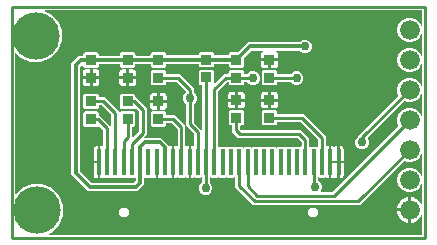
<source format=gbl>
G04 EAGLE Gerber RS-274X export*
G75*
%MOMM*%
%FSLAX34Y34*%
%LPD*%
%INBottom Copper*%
%IPPOS*%
%AMOC8*
5,1,8,0,0,1.08239X$1,22.5*%
G01*
%ADD10R,0.350000X2.200000*%
%ADD11R,0.900000X0.900000*%
%ADD12C,1.676400*%
%ADD13C,0.254000*%
%ADD14C,0.755600*%
%ADD15C,0.304800*%
%ADD16C,4.016000*%
%ADD17C,0.254000*%

G36*
X347017Y2425D02*
X347017Y2425D01*
X347083Y2427D01*
X347126Y2445D01*
X347173Y2453D01*
X347230Y2487D01*
X347290Y2512D01*
X347325Y2543D01*
X347366Y2568D01*
X347408Y2619D01*
X347456Y2663D01*
X347478Y2705D01*
X347507Y2742D01*
X347528Y2804D01*
X347559Y2863D01*
X347567Y2917D01*
X347579Y2954D01*
X347578Y2994D01*
X347586Y3048D01*
X347586Y18187D01*
X347573Y18262D01*
X347568Y18337D01*
X347553Y18371D01*
X347547Y18408D01*
X347508Y18473D01*
X347477Y18543D01*
X347451Y18569D01*
X347432Y18601D01*
X347373Y18649D01*
X347320Y18703D01*
X347287Y18719D01*
X347258Y18742D01*
X347186Y18766D01*
X347117Y18799D01*
X347081Y18802D01*
X347046Y18814D01*
X346970Y18812D01*
X346894Y18818D01*
X346858Y18808D01*
X346821Y18807D01*
X346751Y18779D01*
X346678Y18759D01*
X346648Y18737D01*
X346614Y18723D01*
X346557Y18672D01*
X346496Y18627D01*
X346471Y18593D01*
X346448Y18572D01*
X346427Y18531D01*
X346387Y18475D01*
X346005Y17726D01*
X344995Y16335D01*
X343779Y15119D01*
X342388Y14108D01*
X340856Y13328D01*
X339221Y12797D01*
X337933Y12593D01*
X337933Y22815D01*
X337921Y22880D01*
X337919Y22946D01*
X337901Y22990D01*
X337893Y23036D01*
X337859Y23093D01*
X337835Y23154D01*
X337803Y23189D01*
X337779Y23229D01*
X337728Y23271D01*
X337683Y23319D01*
X337641Y23341D01*
X337605Y23371D01*
X337542Y23392D01*
X337484Y23422D01*
X337429Y23430D01*
X337392Y23443D01*
X337353Y23441D01*
X337298Y23450D01*
X336662Y23450D01*
X336662Y23451D01*
X337298Y23451D01*
X337363Y23463D01*
X337429Y23465D01*
X337473Y23483D01*
X337519Y23491D01*
X337576Y23525D01*
X337637Y23549D01*
X337672Y23581D01*
X337712Y23605D01*
X337754Y23656D01*
X337802Y23701D01*
X337824Y23743D01*
X337854Y23779D01*
X337875Y23842D01*
X337905Y23900D01*
X337913Y23955D01*
X337926Y23992D01*
X337924Y24031D01*
X337933Y24086D01*
X337933Y34308D01*
X339221Y34104D01*
X340856Y33573D01*
X342388Y32792D01*
X343779Y31782D01*
X344995Y30566D01*
X346005Y29175D01*
X346387Y28426D01*
X346433Y28366D01*
X346472Y28300D01*
X346500Y28277D01*
X346522Y28248D01*
X346587Y28207D01*
X346646Y28159D01*
X346681Y28147D01*
X346712Y28127D01*
X346786Y28111D01*
X346858Y28087D01*
X346895Y28088D01*
X346931Y28080D01*
X347007Y28091D01*
X347083Y28094D01*
X347117Y28107D01*
X347153Y28113D01*
X347220Y28149D01*
X347290Y28178D01*
X347318Y28203D01*
X347350Y28220D01*
X347400Y28278D01*
X347456Y28329D01*
X347473Y28362D01*
X347497Y28390D01*
X347524Y28461D01*
X347559Y28529D01*
X347565Y28570D01*
X347576Y28600D01*
X347576Y28646D01*
X347586Y28714D01*
X347586Y44817D01*
X347568Y44916D01*
X347554Y45016D01*
X347549Y45026D01*
X347547Y45038D01*
X347496Y45124D01*
X347448Y45213D01*
X347439Y45221D01*
X347432Y45231D01*
X347355Y45294D01*
X347279Y45361D01*
X347267Y45365D01*
X347258Y45373D01*
X347163Y45405D01*
X347069Y45440D01*
X347057Y45441D01*
X347046Y45444D01*
X346946Y45441D01*
X346845Y45442D01*
X346833Y45438D01*
X346821Y45438D01*
X346729Y45400D01*
X346634Y45366D01*
X346625Y45358D01*
X346614Y45353D01*
X346539Y45286D01*
X346463Y45220D01*
X346456Y45209D01*
X346448Y45202D01*
X346427Y45161D01*
X346366Y45060D01*
X345493Y42951D01*
X342563Y40021D01*
X338735Y38436D01*
X334592Y38436D01*
X330764Y40021D01*
X327834Y42951D01*
X326249Y46779D01*
X326249Y50922D01*
X327834Y54750D01*
X330764Y57680D01*
X334592Y59265D01*
X338735Y59265D01*
X342563Y57680D01*
X345493Y54750D01*
X346366Y52641D01*
X346420Y52556D01*
X346472Y52470D01*
X346481Y52462D01*
X346487Y52452D01*
X346568Y52392D01*
X346646Y52328D01*
X346657Y52325D01*
X346667Y52317D01*
X346763Y52289D01*
X346858Y52257D01*
X346870Y52257D01*
X346882Y52253D01*
X346982Y52260D01*
X347083Y52263D01*
X347094Y52268D01*
X347105Y52268D01*
X347197Y52310D01*
X347290Y52347D01*
X347299Y52355D01*
X347310Y52360D01*
X347382Y52431D01*
X347456Y52499D01*
X347462Y52509D01*
X347470Y52518D01*
X347512Y52609D01*
X347559Y52698D01*
X347561Y52711D01*
X347565Y52721D01*
X347569Y52766D01*
X347586Y52884D01*
X347586Y70217D01*
X347568Y70316D01*
X347554Y70416D01*
X347549Y70426D01*
X347547Y70438D01*
X347496Y70524D01*
X347448Y70613D01*
X347439Y70621D01*
X347432Y70631D01*
X347355Y70694D01*
X347279Y70761D01*
X347267Y70765D01*
X347258Y70773D01*
X347163Y70805D01*
X347069Y70840D01*
X347057Y70841D01*
X347046Y70844D01*
X346946Y70841D01*
X346845Y70842D01*
X346833Y70838D01*
X346821Y70838D01*
X346729Y70800D01*
X346634Y70766D01*
X346625Y70758D01*
X346614Y70753D01*
X346539Y70686D01*
X346463Y70620D01*
X346456Y70609D01*
X346448Y70602D01*
X346427Y70561D01*
X346366Y70460D01*
X345493Y68351D01*
X342563Y65421D01*
X338735Y63836D01*
X334592Y63836D01*
X332387Y64749D01*
X332334Y64761D01*
X332284Y64782D01*
X332225Y64784D01*
X332167Y64797D01*
X332114Y64789D01*
X332060Y64792D01*
X332004Y64774D01*
X331945Y64766D01*
X331898Y64740D01*
X331846Y64723D01*
X331789Y64681D01*
X331748Y64659D01*
X331728Y64636D01*
X331695Y64612D01*
X296901Y29818D01*
X294781Y27697D01*
X204141Y27697D01*
X189206Y42632D01*
X189206Y50469D01*
X189191Y50556D01*
X189181Y50645D01*
X189171Y50666D01*
X189167Y50690D01*
X189121Y50766D01*
X189082Y50846D01*
X189065Y50862D01*
X189053Y50883D01*
X188983Y50939D01*
X188919Y51000D01*
X188897Y51009D01*
X188878Y51024D01*
X188794Y51053D01*
X188712Y51087D01*
X188688Y51088D01*
X188666Y51096D01*
X188577Y51093D01*
X188488Y51097D01*
X188465Y51090D01*
X188442Y51089D01*
X188359Y51056D01*
X188274Y51029D01*
X188253Y51013D01*
X188234Y51005D01*
X188196Y50971D01*
X188124Y50917D01*
X188101Y50895D01*
X182917Y50895D01*
X182457Y51354D01*
X182404Y51392D01*
X182356Y51437D01*
X182312Y51455D01*
X182273Y51482D01*
X182210Y51499D01*
X182149Y51524D01*
X182102Y51526D01*
X182056Y51538D01*
X181991Y51531D01*
X181925Y51534D01*
X181880Y51520D01*
X181833Y51515D01*
X181774Y51486D01*
X181711Y51466D01*
X181667Y51433D01*
X181632Y51416D01*
X181605Y51387D01*
X181561Y51354D01*
X181101Y50895D01*
X175917Y50895D01*
X175457Y51354D01*
X175404Y51392D01*
X175356Y51437D01*
X175312Y51455D01*
X175273Y51482D01*
X175210Y51499D01*
X175149Y51524D01*
X175102Y51526D01*
X175056Y51538D01*
X174991Y51531D01*
X174925Y51534D01*
X174880Y51520D01*
X174833Y51515D01*
X174774Y51486D01*
X174711Y51466D01*
X174667Y51433D01*
X174632Y51416D01*
X174605Y51387D01*
X174561Y51354D01*
X174101Y50895D01*
X168917Y50895D01*
X168895Y50917D01*
X168821Y50968D01*
X168752Y51024D01*
X168730Y51032D01*
X168710Y51045D01*
X168624Y51068D01*
X168540Y51096D01*
X168516Y51095D01*
X168493Y51101D01*
X168404Y51092D01*
X168315Y51089D01*
X168294Y51081D01*
X168270Y51078D01*
X168190Y51038D01*
X168108Y51005D01*
X168090Y50989D01*
X168069Y50979D01*
X168008Y50914D01*
X167942Y50854D01*
X167931Y50833D01*
X167915Y50815D01*
X167880Y50733D01*
X167839Y50654D01*
X167836Y50628D01*
X167827Y50609D01*
X167825Y50558D01*
X167812Y50469D01*
X167812Y46669D01*
X167819Y46627D01*
X167817Y46584D01*
X167839Y46517D01*
X167851Y46448D01*
X167873Y46411D01*
X167886Y46371D01*
X167940Y46298D01*
X167966Y46255D01*
X167982Y46241D01*
X167998Y46220D01*
X168926Y45292D01*
X169811Y43156D01*
X169811Y40844D01*
X168926Y38708D01*
X167292Y37074D01*
X165156Y36189D01*
X162844Y36189D01*
X160708Y37074D01*
X159074Y38708D01*
X158189Y40844D01*
X158189Y43156D01*
X159074Y45292D01*
X160708Y46926D01*
X160815Y46970D01*
X160860Y46999D01*
X160911Y47020D01*
X160954Y47059D01*
X161004Y47091D01*
X161036Y47135D01*
X161076Y47171D01*
X161103Y47224D01*
X161138Y47271D01*
X161154Y47322D01*
X161179Y47371D01*
X161189Y47441D01*
X161202Y47486D01*
X161200Y47516D01*
X161206Y47556D01*
X161206Y50469D01*
X161191Y50556D01*
X161181Y50645D01*
X161171Y50666D01*
X161167Y50690D01*
X161121Y50766D01*
X161082Y50846D01*
X161065Y50862D01*
X161053Y50883D01*
X160983Y50939D01*
X160919Y51000D01*
X160897Y51009D01*
X160878Y51024D01*
X160794Y51053D01*
X160712Y51087D01*
X160688Y51088D01*
X160666Y51096D01*
X160577Y51093D01*
X160488Y51097D01*
X160465Y51090D01*
X160442Y51089D01*
X160359Y51056D01*
X160274Y51029D01*
X160253Y51013D01*
X160234Y51005D01*
X160196Y50971D01*
X160124Y50917D01*
X160101Y50895D01*
X154917Y50895D01*
X154817Y50995D01*
X154763Y51033D01*
X154715Y51078D01*
X154671Y51096D01*
X154633Y51123D01*
X154569Y51140D01*
X154508Y51165D01*
X154461Y51167D01*
X154415Y51179D01*
X154350Y51172D01*
X154284Y51175D01*
X154239Y51161D01*
X154192Y51156D01*
X154133Y51127D01*
X154070Y51106D01*
X154026Y51074D01*
X153991Y51056D01*
X153964Y51028D01*
X153920Y50995D01*
X153819Y50894D01*
X153240Y50560D01*
X152594Y50387D01*
X151383Y50387D01*
X151383Y63687D01*
X151372Y63752D01*
X151370Y63818D01*
X151352Y63861D01*
X151344Y63908D01*
X151330Y63932D01*
X151356Y63982D01*
X151364Y64037D01*
X151376Y64074D01*
X151375Y64113D01*
X151383Y64168D01*
X151383Y77468D01*
X152594Y77468D01*
X153240Y77295D01*
X153255Y77286D01*
X153261Y77284D01*
X153266Y77280D01*
X153366Y77246D01*
X153466Y77210D01*
X153472Y77210D01*
X153478Y77208D01*
X153584Y77211D01*
X153690Y77212D01*
X153696Y77215D01*
X153703Y77215D01*
X153800Y77254D01*
X153900Y77292D01*
X153905Y77297D01*
X153911Y77299D01*
X153988Y77370D01*
X154068Y77441D01*
X154071Y77446D01*
X154076Y77450D01*
X154124Y77545D01*
X154175Y77638D01*
X154176Y77644D01*
X154179Y77650D01*
X154206Y77835D01*
X154206Y87860D01*
X154199Y87902D01*
X154201Y87944D01*
X154179Y88012D01*
X154167Y88081D01*
X154145Y88118D01*
X154132Y88158D01*
X154078Y88231D01*
X154053Y88274D01*
X154036Y88287D01*
X154021Y88309D01*
X147894Y94435D01*
X147821Y94486D01*
X147752Y94542D01*
X147730Y94549D01*
X147710Y94563D01*
X147624Y94585D01*
X147540Y94614D01*
X147516Y94613D01*
X147493Y94619D01*
X147404Y94610D01*
X147315Y94607D01*
X147293Y94598D01*
X147270Y94596D01*
X147190Y94556D01*
X147108Y94523D01*
X147090Y94507D01*
X147069Y94496D01*
X147008Y94431D01*
X146942Y94371D01*
X146931Y94350D01*
X146915Y94333D01*
X146880Y94251D01*
X146839Y94172D01*
X146836Y94145D01*
X146827Y94126D01*
X146825Y94076D01*
X146812Y93986D01*
X146812Y77835D01*
X146813Y77829D01*
X146812Y77823D01*
X146833Y77719D01*
X146851Y77615D01*
X146855Y77609D01*
X146856Y77603D01*
X146912Y77513D01*
X146966Y77421D01*
X146971Y77417D01*
X146974Y77412D01*
X147057Y77347D01*
X147140Y77280D01*
X147146Y77278D01*
X147151Y77274D01*
X147252Y77242D01*
X147352Y77208D01*
X147359Y77208D01*
X147365Y77206D01*
X147471Y77212D01*
X147577Y77215D01*
X147582Y77217D01*
X147589Y77217D01*
X147763Y77286D01*
X147778Y77295D01*
X148424Y77468D01*
X149635Y77468D01*
X149635Y64168D01*
X149646Y64103D01*
X149648Y64037D01*
X149666Y63993D01*
X149674Y63947D01*
X149688Y63923D01*
X149662Y63873D01*
X149654Y63818D01*
X149642Y63781D01*
X149643Y63742D01*
X149635Y63687D01*
X149635Y50387D01*
X148424Y50387D01*
X147778Y50560D01*
X147199Y50894D01*
X147098Y50995D01*
X147044Y51033D01*
X146996Y51078D01*
X146953Y51096D01*
X146914Y51123D01*
X146850Y51139D01*
X146790Y51165D01*
X146743Y51167D01*
X146697Y51179D01*
X146631Y51172D01*
X146566Y51175D01*
X146521Y51161D01*
X146474Y51156D01*
X146415Y51127D01*
X146352Y51106D01*
X146308Y51074D01*
X146273Y51056D01*
X146246Y51028D01*
X146201Y50995D01*
X146101Y50895D01*
X140917Y50895D01*
X140817Y50995D01*
X140763Y51033D01*
X140715Y51078D01*
X140671Y51096D01*
X140633Y51123D01*
X140569Y51140D01*
X140508Y51165D01*
X140461Y51167D01*
X140415Y51179D01*
X140350Y51172D01*
X140284Y51175D01*
X140239Y51161D01*
X140192Y51156D01*
X140133Y51127D01*
X140070Y51106D01*
X140026Y51074D01*
X139991Y51056D01*
X139964Y51028D01*
X139920Y50995D01*
X139819Y50894D01*
X139240Y50560D01*
X138594Y50387D01*
X137383Y50387D01*
X137383Y63687D01*
X137372Y63752D01*
X137370Y63818D01*
X137352Y63861D01*
X137344Y63908D01*
X137330Y63932D01*
X137356Y63982D01*
X137364Y64037D01*
X137376Y64074D01*
X137375Y64113D01*
X137383Y64168D01*
X137383Y77468D01*
X138594Y77468D01*
X139240Y77295D01*
X139255Y77286D01*
X139261Y77284D01*
X139266Y77280D01*
X139366Y77246D01*
X139466Y77210D01*
X139472Y77210D01*
X139478Y77208D01*
X139584Y77211D01*
X139690Y77212D01*
X139696Y77215D01*
X139703Y77215D01*
X139800Y77254D01*
X139900Y77292D01*
X139905Y77297D01*
X139911Y77299D01*
X139988Y77370D01*
X140068Y77441D01*
X140071Y77446D01*
X140076Y77450D01*
X140124Y77545D01*
X140175Y77638D01*
X140176Y77644D01*
X140179Y77650D01*
X140206Y77835D01*
X140206Y79360D01*
X140199Y79402D01*
X140201Y79444D01*
X140197Y79455D01*
X140197Y82565D01*
X140205Y82593D01*
X140202Y82614D01*
X140206Y82640D01*
X140206Y91860D01*
X140199Y91902D01*
X140201Y91944D01*
X140193Y91969D01*
X140193Y91974D01*
X140186Y91990D01*
X140179Y92012D01*
X140167Y92081D01*
X140145Y92118D01*
X140132Y92158D01*
X140078Y92231D01*
X140053Y92274D01*
X140036Y92287D01*
X140021Y92309D01*
X135318Y97011D01*
X135283Y97036D01*
X135254Y97067D01*
X135191Y97099D01*
X135134Y97140D01*
X135092Y97150D01*
X135055Y97170D01*
X134965Y97183D01*
X134916Y97196D01*
X134895Y97193D01*
X134869Y97197D01*
X131167Y97197D01*
X131102Y97186D01*
X131036Y97184D01*
X130993Y97166D01*
X130946Y97158D01*
X130889Y97124D01*
X130829Y97099D01*
X130794Y97068D01*
X130753Y97043D01*
X130711Y96992D01*
X130663Y96948D01*
X130641Y96906D01*
X130612Y96869D01*
X130591Y96807D01*
X130560Y96748D01*
X130552Y96694D01*
X130540Y96657D01*
X130541Y96617D01*
X130533Y96563D01*
X130533Y95158D01*
X129342Y93967D01*
X118658Y93967D01*
X117467Y95158D01*
X117467Y105842D01*
X118658Y107033D01*
X129342Y107033D01*
X130533Y105842D01*
X130533Y104437D01*
X130544Y104372D01*
X130546Y104306D01*
X130564Y104263D01*
X130572Y104216D01*
X130606Y104159D01*
X130631Y104099D01*
X130662Y104064D01*
X130687Y104023D01*
X130738Y103981D01*
X130782Y103933D01*
X130824Y103911D01*
X130861Y103882D01*
X130923Y103861D01*
X130982Y103830D01*
X131036Y103822D01*
X131073Y103810D01*
X131113Y103811D01*
X131167Y103803D01*
X137868Y103803D01*
X146615Y95056D01*
X146688Y95005D01*
X146757Y94949D01*
X146779Y94942D01*
X146799Y94928D01*
X146885Y94906D01*
X146969Y94877D01*
X146993Y94878D01*
X147016Y94872D01*
X147105Y94881D01*
X147194Y94884D01*
X147216Y94893D01*
X147239Y94895D01*
X147319Y94935D01*
X147401Y94968D01*
X147419Y94984D01*
X147440Y94995D01*
X147501Y95060D01*
X147567Y95120D01*
X147578Y95141D01*
X147594Y95158D01*
X147629Y95240D01*
X147670Y95319D01*
X147673Y95345D01*
X147682Y95365D01*
X147684Y95415D01*
X147697Y95505D01*
X147697Y112822D01*
X147690Y112864D01*
X147692Y112907D01*
X147670Y112974D01*
X147658Y113043D01*
X147636Y113080D01*
X147623Y113120D01*
X147569Y113193D01*
X147543Y113236D01*
X147527Y113250D01*
X147511Y113271D01*
X146074Y114708D01*
X145189Y116844D01*
X145189Y119156D01*
X146074Y121292D01*
X147511Y122729D01*
X147536Y122764D01*
X147567Y122793D01*
X147599Y122855D01*
X147640Y122913D01*
X147650Y122954D01*
X147670Y122992D01*
X147683Y123082D01*
X147696Y123131D01*
X147693Y123151D01*
X147697Y123178D01*
X147697Y123369D01*
X147690Y123411D01*
X147692Y123453D01*
X147670Y123521D01*
X147658Y123590D01*
X147636Y123627D01*
X147623Y123667D01*
X147569Y123740D01*
X147543Y123783D01*
X147527Y123796D01*
X147511Y123818D01*
X139318Y132011D01*
X139283Y132036D01*
X139254Y132067D01*
X139191Y132099D01*
X139134Y132140D01*
X139092Y132150D01*
X139055Y132170D01*
X138965Y132183D01*
X138916Y132196D01*
X138895Y132193D01*
X138869Y132197D01*
X131167Y132197D01*
X131102Y132186D01*
X131036Y132184D01*
X130993Y132166D01*
X130946Y132158D01*
X130889Y132124D01*
X130829Y132099D01*
X130794Y132068D01*
X130753Y132043D01*
X130711Y131992D01*
X130663Y131948D01*
X130641Y131906D01*
X130612Y131869D01*
X130591Y131807D01*
X130560Y131748D01*
X130552Y131694D01*
X130540Y131657D01*
X130541Y131617D01*
X130533Y131563D01*
X130533Y130158D01*
X129342Y128967D01*
X118658Y128967D01*
X117467Y130158D01*
X117467Y140842D01*
X118658Y142033D01*
X129342Y142033D01*
X130533Y140842D01*
X130533Y139437D01*
X130544Y139372D01*
X130546Y139306D01*
X130564Y139263D01*
X130572Y139216D01*
X130606Y139159D01*
X130631Y139099D01*
X130662Y139064D01*
X130687Y139023D01*
X130738Y138981D01*
X130782Y138933D01*
X130824Y138911D01*
X130861Y138882D01*
X130923Y138861D01*
X130982Y138830D01*
X131036Y138822D01*
X131073Y138810D01*
X131113Y138811D01*
X131167Y138803D01*
X141868Y138803D01*
X154303Y126368D01*
X154303Y123178D01*
X154310Y123136D01*
X154308Y123093D01*
X154330Y123026D01*
X154342Y122957D01*
X154364Y122920D01*
X154377Y122880D01*
X154431Y122807D01*
X154457Y122764D01*
X154473Y122750D01*
X154489Y122729D01*
X155926Y121292D01*
X156811Y119156D01*
X156811Y116844D01*
X155926Y114708D01*
X154489Y113271D01*
X154464Y113236D01*
X154433Y113207D01*
X154401Y113145D01*
X154360Y113087D01*
X154350Y113046D01*
X154330Y113008D01*
X154317Y112918D01*
X154304Y112869D01*
X154307Y112849D01*
X154303Y112822D01*
X154303Y97631D01*
X154310Y97589D01*
X154308Y97547D01*
X154330Y97479D01*
X154342Y97410D01*
X154364Y97373D01*
X154377Y97333D01*
X154431Y97260D01*
X154457Y97217D01*
X154473Y97204D01*
X154489Y97182D01*
X160124Y91547D01*
X160197Y91496D01*
X160266Y91440D01*
X160288Y91433D01*
X160308Y91419D01*
X160394Y91397D01*
X160478Y91368D01*
X160502Y91369D01*
X160525Y91363D01*
X160614Y91372D01*
X160703Y91375D01*
X160725Y91384D01*
X160748Y91386D01*
X160828Y91426D01*
X160911Y91459D01*
X160928Y91475D01*
X160949Y91486D01*
X161010Y91551D01*
X161076Y91611D01*
X161087Y91632D01*
X161103Y91649D01*
X161138Y91731D01*
X161179Y91810D01*
X161183Y91836D01*
X161191Y91856D01*
X161193Y91906D01*
X161206Y91996D01*
X161206Y128533D01*
X161195Y128598D01*
X161193Y128664D01*
X161175Y128707D01*
X161167Y128754D01*
X161133Y128811D01*
X161108Y128871D01*
X161077Y128906D01*
X161053Y128947D01*
X161001Y128989D01*
X160957Y129037D01*
X160915Y129059D01*
X160878Y129088D01*
X160816Y129109D01*
X160757Y129140D01*
X160703Y129148D01*
X160666Y129160D01*
X160626Y129159D01*
X160572Y129167D01*
X159258Y129167D01*
X158067Y130358D01*
X158067Y141042D01*
X159258Y142233D01*
X169942Y142233D01*
X171133Y141042D01*
X171133Y131335D01*
X171149Y131247D01*
X171158Y131159D01*
X171168Y131137D01*
X171172Y131114D01*
X171218Y131037D01*
X171257Y130957D01*
X171274Y130941D01*
X171287Y130921D01*
X171356Y130865D01*
X171420Y130804D01*
X171442Y130794D01*
X171461Y130779D01*
X171545Y130751D01*
X171627Y130716D01*
X171651Y130715D01*
X171673Y130707D01*
X171762Y130710D01*
X171851Y130706D01*
X171874Y130713D01*
X171898Y130714D01*
X171980Y130747D01*
X172065Y130775D01*
X172086Y130790D01*
X172105Y130798D01*
X172143Y130832D01*
X172215Y130886D01*
X180132Y138803D01*
X182833Y138803D01*
X182898Y138814D01*
X182964Y138816D01*
X183007Y138834D01*
X183054Y138842D01*
X183111Y138876D01*
X183171Y138901D01*
X183206Y138932D01*
X183247Y138957D01*
X183289Y139008D01*
X183337Y139052D01*
X183359Y139094D01*
X183388Y139131D01*
X183409Y139193D01*
X183440Y139252D01*
X183448Y139306D01*
X183460Y139343D01*
X183459Y139383D01*
X183467Y139437D01*
X183467Y140842D01*
X184658Y142033D01*
X195342Y142033D01*
X196533Y140842D01*
X196533Y138937D01*
X196544Y138872D01*
X196546Y138806D01*
X196564Y138763D01*
X196572Y138716D01*
X196606Y138659D01*
X196631Y138599D01*
X196662Y138564D01*
X196687Y138523D01*
X196738Y138481D01*
X196782Y138433D01*
X196824Y138411D01*
X196861Y138382D01*
X196923Y138361D01*
X196982Y138330D01*
X197036Y138322D01*
X197073Y138310D01*
X197113Y138311D01*
X197167Y138303D01*
X198822Y138303D01*
X198864Y138310D01*
X198907Y138308D01*
X198974Y138330D01*
X199043Y138342D01*
X199080Y138364D01*
X199120Y138377D01*
X199193Y138431D01*
X199236Y138457D01*
X199250Y138473D01*
X199271Y138489D01*
X200708Y139926D01*
X202844Y140811D01*
X205156Y140811D01*
X207292Y139926D01*
X208926Y138292D01*
X209811Y136156D01*
X209811Y133844D01*
X208926Y131708D01*
X207292Y130074D01*
X205156Y129189D01*
X202844Y129189D01*
X200708Y130074D01*
X199271Y131511D01*
X199236Y131536D01*
X199207Y131567D01*
X199145Y131599D01*
X199087Y131640D01*
X199046Y131650D01*
X199008Y131670D01*
X198918Y131683D01*
X198869Y131696D01*
X198849Y131693D01*
X198822Y131697D01*
X197167Y131697D01*
X197102Y131686D01*
X197036Y131684D01*
X196993Y131666D01*
X196946Y131658D01*
X196889Y131624D01*
X196829Y131599D01*
X196794Y131568D01*
X196753Y131543D01*
X196711Y131492D01*
X196663Y131448D01*
X196641Y131406D01*
X196612Y131369D01*
X196591Y131307D01*
X196560Y131248D01*
X196552Y131194D01*
X196540Y131157D01*
X196541Y131117D01*
X196533Y131063D01*
X196533Y130158D01*
X195342Y128967D01*
X184658Y128967D01*
X183467Y130158D01*
X183467Y131265D01*
X183451Y131353D01*
X183442Y131441D01*
X183432Y131463D01*
X183428Y131486D01*
X183382Y131563D01*
X183343Y131643D01*
X183326Y131659D01*
X183313Y131679D01*
X183244Y131735D01*
X183180Y131796D01*
X183158Y131806D01*
X183139Y131821D01*
X183055Y131849D01*
X182973Y131884D01*
X182949Y131885D01*
X182927Y131893D01*
X182838Y131890D01*
X182749Y131894D01*
X182726Y131887D01*
X182702Y131886D01*
X182620Y131853D01*
X182535Y131825D01*
X182514Y131810D01*
X182495Y131802D01*
X182457Y131768D01*
X182385Y131714D01*
X174998Y124327D01*
X174973Y124292D01*
X174942Y124263D01*
X174910Y124200D01*
X174869Y124143D01*
X174859Y124101D01*
X174839Y124064D01*
X174826Y123974D01*
X174814Y123925D01*
X174816Y123904D01*
X174812Y123878D01*
X174812Y77386D01*
X174828Y77298D01*
X174837Y77210D01*
X174847Y77189D01*
X174851Y77165D01*
X174897Y77089D01*
X174936Y77009D01*
X174953Y76992D01*
X174966Y76972D01*
X175035Y76916D01*
X175099Y76855D01*
X175121Y76846D01*
X175140Y76831D01*
X175224Y76802D01*
X175306Y76767D01*
X175330Y76766D01*
X175352Y76759D01*
X175441Y76761D01*
X175530Y76757D01*
X175553Y76765D01*
X175577Y76765D01*
X175659Y76799D01*
X175744Y76826D01*
X175765Y76842D01*
X175784Y76850D01*
X175822Y76884D01*
X175895Y76938D01*
X175917Y76960D01*
X181101Y76960D01*
X181561Y76501D01*
X181615Y76463D01*
X181662Y76418D01*
X181706Y76399D01*
X181745Y76372D01*
X181808Y76356D01*
X181869Y76330D01*
X181916Y76328D01*
X181962Y76317D01*
X182027Y76323D01*
X182093Y76320D01*
X182138Y76335D01*
X182185Y76340D01*
X182244Y76369D01*
X182307Y76389D01*
X182351Y76422D01*
X182386Y76439D01*
X182413Y76468D01*
X182457Y76501D01*
X182917Y76960D01*
X188101Y76960D01*
X188561Y76501D01*
X188615Y76463D01*
X188662Y76418D01*
X188706Y76399D01*
X188745Y76372D01*
X188808Y76356D01*
X188869Y76330D01*
X188916Y76328D01*
X188962Y76317D01*
X189027Y76323D01*
X189093Y76320D01*
X189138Y76335D01*
X189185Y76340D01*
X189244Y76369D01*
X189307Y76389D01*
X189351Y76422D01*
X189386Y76439D01*
X189413Y76468D01*
X189458Y76501D01*
X189917Y76960D01*
X195101Y76960D01*
X195561Y76501D01*
X195615Y76463D01*
X195662Y76418D01*
X195706Y76399D01*
X195745Y76372D01*
X195808Y76356D01*
X195869Y76330D01*
X195916Y76328D01*
X195962Y76317D01*
X196027Y76323D01*
X196093Y76320D01*
X196138Y76335D01*
X196185Y76340D01*
X196244Y76369D01*
X196307Y76389D01*
X196351Y76422D01*
X196386Y76439D01*
X196413Y76468D01*
X196457Y76501D01*
X196917Y76960D01*
X202101Y76960D01*
X202561Y76501D01*
X202615Y76463D01*
X202662Y76418D01*
X202706Y76399D01*
X202745Y76372D01*
X202808Y76356D01*
X202869Y76330D01*
X202916Y76328D01*
X202962Y76317D01*
X203027Y76323D01*
X203093Y76320D01*
X203138Y76335D01*
X203185Y76340D01*
X203244Y76369D01*
X203307Y76389D01*
X203351Y76422D01*
X203386Y76439D01*
X203413Y76468D01*
X203457Y76501D01*
X203917Y76960D01*
X209101Y76960D01*
X209561Y76501D01*
X209615Y76463D01*
X209662Y76418D01*
X209706Y76399D01*
X209745Y76372D01*
X209808Y76356D01*
X209869Y76330D01*
X209916Y76328D01*
X209962Y76317D01*
X210027Y76323D01*
X210093Y76320D01*
X210138Y76335D01*
X210185Y76340D01*
X210244Y76369D01*
X210307Y76389D01*
X210351Y76422D01*
X210386Y76439D01*
X210413Y76468D01*
X210457Y76501D01*
X210917Y76960D01*
X216101Y76960D01*
X216561Y76501D01*
X216615Y76463D01*
X216662Y76418D01*
X216706Y76399D01*
X216745Y76372D01*
X216808Y76356D01*
X216869Y76330D01*
X216916Y76328D01*
X216962Y76317D01*
X217027Y76323D01*
X217093Y76320D01*
X217138Y76335D01*
X217185Y76340D01*
X217244Y76369D01*
X217307Y76389D01*
X217351Y76422D01*
X217386Y76439D01*
X217413Y76468D01*
X217457Y76501D01*
X217917Y76960D01*
X223101Y76960D01*
X223561Y76501D01*
X223615Y76463D01*
X223662Y76418D01*
X223706Y76399D01*
X223745Y76372D01*
X223808Y76356D01*
X223869Y76330D01*
X223916Y76328D01*
X223962Y76317D01*
X224027Y76323D01*
X224093Y76320D01*
X224138Y76335D01*
X224185Y76340D01*
X224244Y76369D01*
X224307Y76389D01*
X224351Y76422D01*
X224386Y76439D01*
X224413Y76468D01*
X224457Y76501D01*
X224917Y76960D01*
X230101Y76960D01*
X230561Y76501D01*
X230615Y76463D01*
X230662Y76418D01*
X230706Y76399D01*
X230745Y76372D01*
X230808Y76356D01*
X230869Y76330D01*
X230916Y76328D01*
X230962Y76317D01*
X231027Y76323D01*
X231093Y76320D01*
X231138Y76335D01*
X231185Y76340D01*
X231244Y76369D01*
X231307Y76389D01*
X231351Y76422D01*
X231386Y76439D01*
X231413Y76468D01*
X231457Y76501D01*
X231917Y76960D01*
X237101Y76960D01*
X237561Y76501D01*
X237615Y76463D01*
X237662Y76418D01*
X237706Y76399D01*
X237745Y76372D01*
X237808Y76356D01*
X237869Y76330D01*
X237916Y76328D01*
X237962Y76317D01*
X238027Y76323D01*
X238093Y76320D01*
X238138Y76335D01*
X238185Y76340D01*
X238244Y76369D01*
X238307Y76389D01*
X238351Y76422D01*
X238386Y76439D01*
X238413Y76468D01*
X238457Y76501D01*
X238917Y76960D01*
X244101Y76960D01*
X244124Y76938D01*
X244197Y76887D01*
X244266Y76831D01*
X244288Y76823D01*
X244308Y76809D01*
X244394Y76787D01*
X244478Y76759D01*
X244502Y76759D01*
X244525Y76754D01*
X244614Y76763D01*
X244703Y76765D01*
X244724Y76774D01*
X244748Y76777D01*
X244828Y76816D01*
X244911Y76850D01*
X244928Y76866D01*
X244949Y76876D01*
X245010Y76941D01*
X245076Y77001D01*
X245087Y77022D01*
X245103Y77039D01*
X245138Y77121D01*
X245179Y77201D01*
X245183Y77227D01*
X245191Y77246D01*
X245193Y77296D01*
X245206Y77386D01*
X245206Y80860D01*
X245199Y80902D01*
X245201Y80944D01*
X245179Y81012D01*
X245167Y81081D01*
X245145Y81118D01*
X245132Y81158D01*
X245078Y81231D01*
X245053Y81274D01*
X245036Y81287D01*
X245021Y81309D01*
X241818Y84511D01*
X241783Y84536D01*
X241754Y84567D01*
X241691Y84599D01*
X241634Y84640D01*
X241592Y84650D01*
X241555Y84670D01*
X241465Y84683D01*
X241416Y84696D01*
X241395Y84693D01*
X241369Y84697D01*
X191632Y84697D01*
X186697Y89632D01*
X186697Y94333D01*
X186686Y94398D01*
X186684Y94464D01*
X186666Y94507D01*
X186658Y94554D01*
X186624Y94611D01*
X186599Y94671D01*
X186568Y94706D01*
X186543Y94747D01*
X186492Y94789D01*
X186448Y94837D01*
X186406Y94859D01*
X186369Y94888D01*
X186307Y94909D01*
X186248Y94940D01*
X186194Y94948D01*
X186157Y94960D01*
X186117Y94959D01*
X186063Y94967D01*
X184658Y94967D01*
X183467Y96158D01*
X183467Y106842D01*
X184658Y108033D01*
X195342Y108033D01*
X196533Y106842D01*
X196533Y96158D01*
X195342Y94967D01*
X193937Y94967D01*
X193872Y94956D01*
X193806Y94954D01*
X193763Y94936D01*
X193716Y94928D01*
X193659Y94894D01*
X193599Y94869D01*
X193564Y94838D01*
X193523Y94813D01*
X193481Y94762D01*
X193433Y94718D01*
X193411Y94676D01*
X193382Y94639D01*
X193361Y94577D01*
X193330Y94518D01*
X193322Y94464D01*
X193310Y94427D01*
X193311Y94387D01*
X193303Y94333D01*
X193303Y92631D01*
X193310Y92589D01*
X193308Y92547D01*
X193330Y92479D01*
X193342Y92410D01*
X193364Y92373D01*
X193377Y92333D01*
X193431Y92260D01*
X193457Y92217D01*
X193473Y92204D01*
X193489Y92182D01*
X194182Y91489D01*
X194217Y91464D01*
X194246Y91433D01*
X194309Y91401D01*
X194366Y91360D01*
X194408Y91350D01*
X194445Y91330D01*
X194535Y91317D01*
X194584Y91304D01*
X194605Y91307D01*
X194631Y91303D01*
X244368Y91303D01*
X251812Y83859D01*
X251812Y77386D01*
X251828Y77298D01*
X251837Y77210D01*
X251847Y77189D01*
X251851Y77165D01*
X251897Y77089D01*
X251936Y77009D01*
X251953Y76992D01*
X251966Y76972D01*
X252035Y76916D01*
X252099Y76855D01*
X252121Y76846D01*
X252140Y76831D01*
X252224Y76802D01*
X252306Y76767D01*
X252330Y76766D01*
X252352Y76759D01*
X252441Y76761D01*
X252530Y76757D01*
X252553Y76765D01*
X252577Y76765D01*
X252659Y76799D01*
X252744Y76826D01*
X252765Y76842D01*
X252784Y76850D01*
X252822Y76884D01*
X252895Y76938D01*
X252917Y76960D01*
X258101Y76960D01*
X258124Y76938D01*
X258197Y76887D01*
X258266Y76831D01*
X258288Y76823D01*
X258308Y76809D01*
X258394Y76787D01*
X258478Y76759D01*
X258502Y76759D01*
X258525Y76754D01*
X258614Y76763D01*
X258703Y76765D01*
X258724Y76774D01*
X258748Y76777D01*
X258828Y76816D01*
X258911Y76850D01*
X258928Y76866D01*
X258949Y76876D01*
X259010Y76941D01*
X259076Y77001D01*
X259087Y77022D01*
X259103Y77039D01*
X259138Y77121D01*
X259179Y77201D01*
X259183Y77227D01*
X259191Y77246D01*
X259193Y77296D01*
X259206Y77386D01*
X259206Y82860D01*
X259199Y82902D01*
X259201Y82944D01*
X259179Y83012D01*
X259167Y83081D01*
X259145Y83118D01*
X259132Y83158D01*
X259078Y83231D01*
X259053Y83274D01*
X259036Y83287D01*
X259021Y83309D01*
X244318Y98011D01*
X244286Y98034D01*
X244266Y98055D01*
X244264Y98056D01*
X244254Y98067D01*
X244191Y98099D01*
X244134Y98140D01*
X244092Y98150D01*
X244055Y98170D01*
X243965Y98183D01*
X243916Y98196D01*
X243895Y98193D01*
X243869Y98197D01*
X225167Y98197D01*
X225102Y98186D01*
X225036Y98184D01*
X224993Y98166D01*
X224946Y98158D01*
X224889Y98124D01*
X224829Y98099D01*
X224794Y98068D01*
X224753Y98043D01*
X224711Y97992D01*
X224663Y97948D01*
X224641Y97906D01*
X224612Y97869D01*
X224591Y97807D01*
X224560Y97748D01*
X224552Y97694D01*
X224540Y97657D01*
X224540Y97646D01*
X224540Y97645D01*
X224541Y97615D01*
X224533Y97563D01*
X224533Y96158D01*
X223342Y94967D01*
X212658Y94967D01*
X211467Y96158D01*
X211467Y106842D01*
X212658Y108033D01*
X223342Y108033D01*
X224533Y106842D01*
X224533Y105437D01*
X224544Y105372D01*
X224546Y105306D01*
X224564Y105263D01*
X224572Y105216D01*
X224606Y105159D01*
X224631Y105099D01*
X224662Y105064D01*
X224687Y105023D01*
X224738Y104981D01*
X224782Y104933D01*
X224824Y104911D01*
X224861Y104882D01*
X224923Y104861D01*
X224982Y104830D01*
X225036Y104822D01*
X225073Y104810D01*
X225113Y104811D01*
X225167Y104803D01*
X246868Y104803D01*
X265812Y85859D01*
X265812Y77835D01*
X265813Y77829D01*
X265812Y77823D01*
X265833Y77719D01*
X265851Y77615D01*
X265855Y77609D01*
X265856Y77603D01*
X265912Y77513D01*
X265966Y77421D01*
X265971Y77417D01*
X265974Y77412D01*
X266057Y77347D01*
X266140Y77280D01*
X266146Y77278D01*
X266151Y77274D01*
X266252Y77242D01*
X266352Y77208D01*
X266359Y77208D01*
X266365Y77206D01*
X266471Y77212D01*
X266577Y77215D01*
X266582Y77217D01*
X266589Y77217D01*
X266763Y77286D01*
X266778Y77295D01*
X267424Y77468D01*
X268635Y77468D01*
X268635Y64168D01*
X268646Y64103D01*
X268648Y64037D01*
X268666Y63993D01*
X268674Y63947D01*
X268688Y63923D01*
X268662Y63873D01*
X268654Y63818D01*
X268642Y63781D01*
X268643Y63742D01*
X268635Y63687D01*
X268635Y50387D01*
X267424Y50387D01*
X266778Y50560D01*
X266199Y50894D01*
X266098Y50995D01*
X266044Y51033D01*
X265996Y51078D01*
X265953Y51096D01*
X265914Y51123D01*
X265850Y51139D01*
X265790Y51165D01*
X265743Y51167D01*
X265697Y51179D01*
X265631Y51172D01*
X265566Y51175D01*
X265521Y51161D01*
X265474Y51156D01*
X265415Y51127D01*
X265352Y51106D01*
X265308Y51074D01*
X265273Y51056D01*
X265246Y51028D01*
X265201Y50995D01*
X265101Y50895D01*
X259917Y50895D01*
X259895Y50917D01*
X259821Y50968D01*
X259752Y51024D01*
X259730Y51032D01*
X259710Y51045D01*
X259624Y51068D01*
X259540Y51096D01*
X259516Y51095D01*
X259493Y51101D01*
X259404Y51092D01*
X259315Y51089D01*
X259294Y51081D01*
X259270Y51078D01*
X259190Y51038D01*
X259108Y51005D01*
X259090Y50989D01*
X259069Y50979D01*
X259008Y50914D01*
X258942Y50854D01*
X258931Y50833D01*
X258915Y50815D01*
X258880Y50733D01*
X258839Y50654D01*
X258836Y50628D01*
X258827Y50609D01*
X258825Y50558D01*
X258812Y50469D01*
X258812Y48963D01*
X258821Y48910D01*
X258821Y48855D01*
X258841Y48800D01*
X258851Y48742D01*
X258879Y48695D01*
X258897Y48644D01*
X258936Y48599D01*
X258966Y48549D01*
X259008Y48515D01*
X259043Y48473D01*
X259104Y48437D01*
X259140Y48407D01*
X259169Y48398D01*
X259203Y48377D01*
X260292Y47926D01*
X261926Y46292D01*
X262811Y44156D01*
X262811Y41844D01*
X261944Y39752D01*
X261927Y39676D01*
X261903Y39603D01*
X261904Y39567D01*
X261896Y39533D01*
X261907Y39456D01*
X261909Y39379D01*
X261923Y39346D01*
X261928Y39310D01*
X261965Y39242D01*
X261994Y39171D01*
X262018Y39144D01*
X262034Y39113D01*
X262093Y39062D01*
X262145Y39005D01*
X262177Y38989D01*
X262203Y38965D01*
X262276Y38938D01*
X262345Y38902D01*
X262385Y38897D01*
X262413Y38886D01*
X262460Y38885D01*
X262530Y38875D01*
X270954Y38875D01*
X270996Y38882D01*
X271038Y38880D01*
X271106Y38902D01*
X271175Y38914D01*
X271212Y38936D01*
X271252Y38949D01*
X271325Y39003D01*
X271368Y39029D01*
X271381Y39045D01*
X271403Y39061D01*
X327025Y94682D01*
X327055Y94727D01*
X327094Y94765D01*
X327119Y94818D01*
X327153Y94867D01*
X327166Y94919D01*
X327189Y94968D01*
X327194Y95027D01*
X327209Y95084D01*
X327203Y95138D01*
X327207Y95192D01*
X327190Y95261D01*
X327185Y95307D01*
X327172Y95334D01*
X327162Y95374D01*
X326249Y97579D01*
X326249Y101722D01*
X327834Y105550D01*
X330764Y108480D01*
X334592Y110065D01*
X338735Y110065D01*
X342563Y108480D01*
X345493Y105550D01*
X346366Y103441D01*
X346420Y103356D01*
X346472Y103270D01*
X346481Y103262D01*
X346487Y103252D01*
X346568Y103192D01*
X346646Y103128D01*
X346657Y103125D01*
X346667Y103117D01*
X346763Y103089D01*
X346858Y103057D01*
X346870Y103057D01*
X346882Y103053D01*
X346982Y103060D01*
X347083Y103063D01*
X347094Y103068D01*
X347105Y103068D01*
X347197Y103110D01*
X347290Y103147D01*
X347299Y103155D01*
X347310Y103160D01*
X347382Y103231D01*
X347456Y103299D01*
X347462Y103309D01*
X347470Y103318D01*
X347512Y103409D01*
X347559Y103498D01*
X347561Y103511D01*
X347565Y103521D01*
X347569Y103566D01*
X347586Y103684D01*
X347586Y121017D01*
X347568Y121116D01*
X347554Y121216D01*
X347549Y121226D01*
X347547Y121238D01*
X347496Y121324D01*
X347448Y121413D01*
X347439Y121421D01*
X347432Y121431D01*
X347355Y121494D01*
X347279Y121561D01*
X347267Y121565D01*
X347258Y121573D01*
X347163Y121605D01*
X347069Y121640D01*
X347057Y121641D01*
X347046Y121644D01*
X346946Y121641D01*
X346845Y121642D01*
X346833Y121638D01*
X346821Y121638D01*
X346729Y121600D01*
X346634Y121566D01*
X346625Y121558D01*
X346614Y121553D01*
X346539Y121486D01*
X346463Y121420D01*
X346456Y121409D01*
X346448Y121402D01*
X346427Y121361D01*
X346366Y121260D01*
X345493Y119151D01*
X342563Y116221D01*
X338735Y114636D01*
X334592Y114636D01*
X332387Y115549D01*
X332334Y115561D01*
X332284Y115582D01*
X332225Y115584D01*
X332167Y115597D01*
X332114Y115589D01*
X332060Y115592D01*
X332004Y115574D01*
X331945Y115566D01*
X331898Y115540D01*
X331846Y115523D01*
X331789Y115481D01*
X331748Y115459D01*
X331728Y115436D01*
X331695Y115412D01*
X301270Y84986D01*
X301233Y84932D01*
X301187Y84885D01*
X301169Y84841D01*
X301142Y84802D01*
X301126Y84739D01*
X301100Y84678D01*
X301098Y84631D01*
X301086Y84585D01*
X301093Y84520D01*
X301090Y84454D01*
X301104Y84409D01*
X301109Y84362D01*
X301138Y84303D01*
X301159Y84240D01*
X301191Y84196D01*
X301209Y84161D01*
X301237Y84134D01*
X301270Y84089D01*
X301497Y83863D01*
X302382Y81727D01*
X302382Y79415D01*
X301497Y77279D01*
X299863Y75645D01*
X297727Y74760D01*
X295415Y74760D01*
X293279Y75645D01*
X291645Y77279D01*
X290760Y79415D01*
X290760Y81727D01*
X291645Y83863D01*
X293082Y85300D01*
X293107Y85335D01*
X293138Y85364D01*
X293170Y85426D01*
X293211Y85484D01*
X293221Y85525D01*
X293241Y85563D01*
X293254Y85653D01*
X293266Y85702D01*
X293264Y85722D01*
X293268Y85749D01*
X293268Y86326D01*
X295389Y88447D01*
X327025Y120082D01*
X327055Y120127D01*
X327094Y120165D01*
X327119Y120218D01*
X327153Y120267D01*
X327166Y120319D01*
X327189Y120368D01*
X327194Y120427D01*
X327209Y120484D01*
X327203Y120538D01*
X327207Y120592D01*
X327190Y120661D01*
X327185Y120707D01*
X327172Y120734D01*
X327162Y120774D01*
X326249Y122979D01*
X326249Y127122D01*
X327834Y130950D01*
X330764Y133880D01*
X334592Y135465D01*
X338735Y135465D01*
X342563Y133880D01*
X345493Y130950D01*
X346366Y128841D01*
X346420Y128756D01*
X346472Y128670D01*
X346481Y128662D01*
X346487Y128652D01*
X346568Y128592D01*
X346646Y128528D01*
X346657Y128525D01*
X346667Y128517D01*
X346763Y128489D01*
X346858Y128457D01*
X346870Y128457D01*
X346882Y128453D01*
X346982Y128460D01*
X347083Y128463D01*
X347094Y128468D01*
X347105Y128468D01*
X347197Y128510D01*
X347290Y128547D01*
X347299Y128555D01*
X347310Y128560D01*
X347382Y128631D01*
X347456Y128699D01*
X347462Y128709D01*
X347470Y128718D01*
X347512Y128809D01*
X347559Y128898D01*
X347561Y128911D01*
X347565Y128921D01*
X347569Y128966D01*
X347586Y129084D01*
X347586Y146417D01*
X347574Y146488D01*
X347573Y146519D01*
X347566Y146536D01*
X347554Y146616D01*
X347549Y146626D01*
X347547Y146638D01*
X347496Y146724D01*
X347448Y146813D01*
X347439Y146821D01*
X347432Y146831D01*
X347355Y146894D01*
X347279Y146961D01*
X347267Y146965D01*
X347258Y146973D01*
X347163Y147005D01*
X347069Y147040D01*
X347057Y147041D01*
X347046Y147044D01*
X346946Y147041D01*
X346845Y147042D01*
X346833Y147038D01*
X346821Y147038D01*
X346729Y147000D01*
X346634Y146966D01*
X346625Y146958D01*
X346614Y146953D01*
X346539Y146886D01*
X346463Y146820D01*
X346456Y146809D01*
X346448Y146802D01*
X346427Y146761D01*
X346394Y146706D01*
X346385Y146695D01*
X346382Y146686D01*
X346366Y146660D01*
X345493Y144551D01*
X342563Y141621D01*
X338735Y140036D01*
X334592Y140036D01*
X330764Y141621D01*
X327834Y144551D01*
X326249Y148379D01*
X326249Y152522D01*
X327834Y156350D01*
X330764Y159280D01*
X334592Y160865D01*
X338735Y160865D01*
X342563Y159280D01*
X345493Y156350D01*
X346366Y154241D01*
X346420Y154156D01*
X346472Y154070D01*
X346481Y154062D01*
X346487Y154052D01*
X346568Y153992D01*
X346646Y153928D01*
X346657Y153925D01*
X346667Y153917D01*
X346763Y153889D01*
X346858Y153857D01*
X346870Y153857D01*
X346882Y153853D01*
X346982Y153860D01*
X347083Y153863D01*
X347094Y153868D01*
X347105Y153868D01*
X347197Y153910D01*
X347290Y153947D01*
X347299Y153955D01*
X347310Y153960D01*
X347382Y154031D01*
X347456Y154099D01*
X347462Y154109D01*
X347470Y154118D01*
X347512Y154209D01*
X347559Y154298D01*
X347561Y154311D01*
X347565Y154321D01*
X347569Y154366D01*
X347586Y154484D01*
X347586Y171817D01*
X347568Y171916D01*
X347554Y172016D01*
X347549Y172026D01*
X347547Y172038D01*
X347496Y172124D01*
X347448Y172213D01*
X347439Y172221D01*
X347432Y172231D01*
X347355Y172294D01*
X347279Y172361D01*
X347267Y172365D01*
X347258Y172373D01*
X347163Y172405D01*
X347069Y172440D01*
X347057Y172441D01*
X347046Y172444D01*
X346946Y172441D01*
X346845Y172442D01*
X346833Y172438D01*
X346821Y172438D01*
X346729Y172400D01*
X346634Y172366D01*
X346625Y172358D01*
X346614Y172353D01*
X346539Y172286D01*
X346463Y172220D01*
X346456Y172209D01*
X346448Y172202D01*
X346427Y172161D01*
X346366Y172060D01*
X345493Y169951D01*
X342563Y167021D01*
X338735Y165436D01*
X334592Y165436D01*
X330764Y167021D01*
X327834Y169951D01*
X326249Y173779D01*
X326249Y177922D01*
X327834Y181750D01*
X330764Y184680D01*
X334592Y186265D01*
X338735Y186265D01*
X342563Y184680D01*
X345493Y181750D01*
X346366Y179641D01*
X346420Y179556D01*
X346472Y179470D01*
X346481Y179462D01*
X346487Y179452D01*
X346568Y179392D01*
X346646Y179328D01*
X346657Y179325D01*
X346667Y179317D01*
X346763Y179289D01*
X346858Y179257D01*
X346870Y179257D01*
X346882Y179253D01*
X346982Y179260D01*
X347083Y179263D01*
X347094Y179268D01*
X347105Y179268D01*
X347197Y179310D01*
X347290Y179347D01*
X347299Y179355D01*
X347310Y179360D01*
X347382Y179431D01*
X347456Y179499D01*
X347462Y179509D01*
X347470Y179518D01*
X347512Y179609D01*
X347559Y179698D01*
X347561Y179711D01*
X347565Y179721D01*
X347569Y179766D01*
X347586Y179884D01*
X347586Y191952D01*
X347575Y192017D01*
X347573Y192083D01*
X347555Y192126D01*
X347547Y192173D01*
X347513Y192230D01*
X347488Y192290D01*
X347457Y192325D01*
X347432Y192366D01*
X347381Y192408D01*
X347337Y192456D01*
X347295Y192478D01*
X347258Y192507D01*
X347196Y192528D01*
X347137Y192559D01*
X347083Y192567D01*
X347046Y192579D01*
X347006Y192578D01*
X346952Y192586D01*
X28858Y192586D01*
X28759Y192568D01*
X28659Y192554D01*
X28649Y192549D01*
X28637Y192547D01*
X28551Y192495D01*
X28462Y192448D01*
X28454Y192439D01*
X28444Y192432D01*
X28381Y192355D01*
X28314Y192279D01*
X28310Y192267D01*
X28303Y192258D01*
X28270Y192163D01*
X28235Y192069D01*
X28235Y192057D01*
X28231Y192046D01*
X28234Y191946D01*
X28233Y191845D01*
X28237Y191833D01*
X28237Y191821D01*
X28275Y191729D01*
X28309Y191634D01*
X28317Y191625D01*
X28322Y191614D01*
X28389Y191540D01*
X28455Y191463D01*
X28466Y191456D01*
X28473Y191448D01*
X28514Y191427D01*
X28615Y191366D01*
X32526Y189746D01*
X38746Y183526D01*
X42113Y175399D01*
X42113Y166601D01*
X38746Y158474D01*
X32526Y152254D01*
X24399Y148887D01*
X15601Y148887D01*
X7474Y152254D01*
X3496Y156231D01*
X3423Y156282D01*
X3354Y156338D01*
X3332Y156346D01*
X3312Y156360D01*
X3226Y156382D01*
X3142Y156410D01*
X3118Y156410D01*
X3095Y156415D01*
X3006Y156406D01*
X2917Y156404D01*
X2895Y156395D01*
X2872Y156392D01*
X2792Y156353D01*
X2710Y156319D01*
X2692Y156303D01*
X2671Y156293D01*
X2610Y156228D01*
X2544Y156168D01*
X2533Y156147D01*
X2517Y156130D01*
X2482Y156048D01*
X2441Y155968D01*
X2438Y155942D01*
X2429Y155923D01*
X2427Y155873D01*
X2414Y155783D01*
X2414Y37217D01*
X2430Y37129D01*
X2439Y37041D01*
X2449Y37020D01*
X2453Y36996D01*
X2499Y36920D01*
X2538Y36840D01*
X2555Y36823D01*
X2568Y36803D01*
X2637Y36747D01*
X2701Y36686D01*
X2723Y36677D01*
X2742Y36662D01*
X2826Y36633D01*
X2908Y36598D01*
X2932Y36597D01*
X2954Y36590D01*
X3043Y36592D01*
X3132Y36588D01*
X3155Y36596D01*
X3179Y36596D01*
X3261Y36630D01*
X3346Y36657D01*
X3367Y36673D01*
X3386Y36681D01*
X3424Y36715D01*
X3496Y36769D01*
X8474Y41746D01*
X16601Y45113D01*
X25399Y45113D01*
X33526Y41746D01*
X39746Y35526D01*
X43113Y27399D01*
X43113Y18601D01*
X39746Y10474D01*
X33526Y4254D01*
X32030Y3634D01*
X31945Y3580D01*
X31858Y3528D01*
X31851Y3519D01*
X31841Y3513D01*
X31780Y3432D01*
X31717Y3354D01*
X31713Y3343D01*
X31706Y3333D01*
X31677Y3237D01*
X31645Y3142D01*
X31645Y3130D01*
X31642Y3118D01*
X31649Y3017D01*
X31652Y2917D01*
X31656Y2906D01*
X31657Y2895D01*
X31698Y2802D01*
X31736Y2710D01*
X31744Y2701D01*
X31749Y2690D01*
X31819Y2618D01*
X31887Y2544D01*
X31898Y2538D01*
X31906Y2530D01*
X31997Y2488D01*
X32087Y2441D01*
X32100Y2439D01*
X32109Y2435D01*
X32155Y2431D01*
X32272Y2414D01*
X346952Y2414D01*
X347017Y2425D01*
G37*
%LPC*%
G36*
X64527Y39443D02*
X64527Y39443D01*
X50443Y53527D01*
X50443Y147473D01*
X57027Y154057D01*
X59833Y154057D01*
X59898Y154068D01*
X59964Y154070D01*
X60007Y154088D01*
X60054Y154096D01*
X60111Y154130D01*
X60171Y154155D01*
X60206Y154186D01*
X60247Y154211D01*
X60289Y154262D01*
X60337Y154306D01*
X60359Y154348D01*
X60388Y154385D01*
X60409Y154447D01*
X60440Y154506D01*
X60448Y154560D01*
X60460Y154597D01*
X60459Y154637D01*
X60467Y154691D01*
X60467Y155842D01*
X61658Y157033D01*
X72342Y157033D01*
X73533Y155842D01*
X73533Y154691D01*
X73544Y154626D01*
X73546Y154560D01*
X73564Y154517D01*
X73572Y154470D01*
X73606Y154413D01*
X73631Y154353D01*
X73662Y154318D01*
X73687Y154277D01*
X73738Y154235D01*
X73782Y154187D01*
X73824Y154165D01*
X73861Y154136D01*
X73923Y154115D01*
X73982Y154084D01*
X74036Y154076D01*
X74073Y154064D01*
X74113Y154065D01*
X74167Y154057D01*
X90833Y154057D01*
X90898Y154068D01*
X90964Y154070D01*
X91007Y154088D01*
X91054Y154096D01*
X91111Y154130D01*
X91171Y154155D01*
X91206Y154186D01*
X91247Y154211D01*
X91289Y154262D01*
X91337Y154306D01*
X91359Y154348D01*
X91388Y154385D01*
X91409Y154447D01*
X91440Y154506D01*
X91448Y154560D01*
X91460Y154597D01*
X91459Y154637D01*
X91467Y154691D01*
X91467Y155842D01*
X92658Y157033D01*
X103342Y157033D01*
X104533Y155842D01*
X104533Y154691D01*
X104544Y154626D01*
X104546Y154560D01*
X104564Y154517D01*
X104572Y154470D01*
X104606Y154413D01*
X104631Y154353D01*
X104662Y154318D01*
X104687Y154277D01*
X104738Y154235D01*
X104782Y154187D01*
X104824Y154165D01*
X104861Y154136D01*
X104923Y154115D01*
X104982Y154084D01*
X105036Y154076D01*
X105073Y154064D01*
X105113Y154065D01*
X105167Y154057D01*
X116833Y154057D01*
X116898Y154068D01*
X116964Y154070D01*
X117007Y154088D01*
X117054Y154096D01*
X117111Y154130D01*
X117171Y154155D01*
X117206Y154186D01*
X117247Y154211D01*
X117289Y154262D01*
X117337Y154306D01*
X117359Y154348D01*
X117388Y154385D01*
X117409Y154447D01*
X117440Y154506D01*
X117448Y154560D01*
X117460Y154597D01*
X117459Y154637D01*
X117467Y154691D01*
X117467Y155842D01*
X118658Y157033D01*
X129342Y157033D01*
X130533Y155842D01*
X130533Y154891D01*
X130544Y154826D01*
X130546Y154760D01*
X130564Y154717D01*
X130572Y154670D01*
X130606Y154613D01*
X130631Y154553D01*
X130662Y154518D01*
X130687Y154477D01*
X130738Y154435D01*
X130782Y154387D01*
X130824Y154365D01*
X130861Y154336D01*
X130923Y154315D01*
X130982Y154284D01*
X131036Y154276D01*
X131073Y154264D01*
X131113Y154265D01*
X131167Y154257D01*
X157433Y154257D01*
X157498Y154268D01*
X157564Y154270D01*
X157607Y154288D01*
X157654Y154296D01*
X157711Y154330D01*
X157771Y154355D01*
X157806Y154386D01*
X157847Y154411D01*
X157889Y154462D01*
X157937Y154506D01*
X157959Y154548D01*
X157988Y154585D01*
X158009Y154647D01*
X158040Y154706D01*
X158048Y154760D01*
X158060Y154797D01*
X158059Y154837D01*
X158067Y154891D01*
X158067Y156042D01*
X159258Y157233D01*
X169942Y157233D01*
X171133Y156042D01*
X171133Y154891D01*
X171144Y154826D01*
X171146Y154760D01*
X171164Y154717D01*
X171172Y154670D01*
X171206Y154613D01*
X171231Y154553D01*
X171262Y154518D01*
X171287Y154477D01*
X171338Y154435D01*
X171382Y154387D01*
X171424Y154365D01*
X171461Y154336D01*
X171523Y154315D01*
X171582Y154284D01*
X171636Y154276D01*
X171673Y154264D01*
X171713Y154265D01*
X171767Y154257D01*
X182833Y154257D01*
X182898Y154268D01*
X182964Y154270D01*
X183007Y154288D01*
X183054Y154296D01*
X183111Y154330D01*
X183171Y154355D01*
X183206Y154386D01*
X183247Y154411D01*
X183289Y154462D01*
X183337Y154506D01*
X183359Y154548D01*
X183388Y154585D01*
X183409Y154647D01*
X183440Y154706D01*
X183448Y154760D01*
X183460Y154797D01*
X183459Y154837D01*
X183467Y154891D01*
X183467Y155842D01*
X184658Y157033D01*
X191240Y157033D01*
X191282Y157040D01*
X191324Y157038D01*
X191391Y157060D01*
X191461Y157072D01*
X191497Y157094D01*
X191538Y157107D01*
X191611Y157161D01*
X191654Y157187D01*
X191667Y157203D01*
X191688Y157219D01*
X200027Y165557D01*
X243156Y165557D01*
X243198Y165564D01*
X243241Y165562D01*
X243308Y165584D01*
X243377Y165596D01*
X243414Y165618D01*
X243454Y165631D01*
X243527Y165685D01*
X243570Y165711D01*
X243584Y165727D01*
X243605Y165743D01*
X244708Y166846D01*
X246844Y167731D01*
X249156Y167731D01*
X251292Y166846D01*
X252926Y165212D01*
X253811Y163076D01*
X253811Y160764D01*
X252926Y158628D01*
X251292Y156994D01*
X249156Y156109D01*
X246844Y156109D01*
X244708Y156994D01*
X243445Y158257D01*
X243411Y158281D01*
X243385Y158309D01*
X243381Y158313D01*
X243319Y158345D01*
X243261Y158386D01*
X243220Y158396D01*
X243182Y158416D01*
X243092Y158429D01*
X243043Y158442D01*
X243023Y158439D01*
X242996Y158443D01*
X223985Y158443D01*
X223926Y158433D01*
X223866Y158432D01*
X223816Y158413D01*
X223764Y158404D01*
X223712Y158373D01*
X223657Y158352D01*
X223617Y158317D01*
X223571Y158289D01*
X223533Y158243D01*
X223488Y158204D01*
X223463Y158157D01*
X223429Y158115D01*
X223410Y158059D01*
X223382Y158006D01*
X223374Y157953D01*
X223357Y157903D01*
X223359Y157843D01*
X223351Y157784D01*
X223362Y157732D01*
X223364Y157678D01*
X223386Y157623D01*
X223399Y157565D01*
X223428Y157520D01*
X223448Y157471D01*
X223488Y157427D01*
X223521Y157376D01*
X223570Y157337D01*
X223600Y157305D01*
X223606Y157302D01*
X223607Y157301D01*
X223632Y157288D01*
X223667Y157260D01*
X224060Y157033D01*
X224533Y156560D01*
X224868Y155981D01*
X225041Y155335D01*
X225041Y151769D01*
X218635Y151769D01*
X218570Y151758D01*
X218505Y151756D01*
X218461Y151738D01*
X218414Y151729D01*
X218358Y151696D01*
X218297Y151671D01*
X218262Y151639D01*
X218221Y151615D01*
X218180Y151564D01*
X218131Y151520D01*
X218109Y151478D01*
X218080Y151441D01*
X218059Y151379D01*
X218029Y151320D01*
X218020Y151266D01*
X218008Y151229D01*
X218009Y151189D01*
X218001Y151135D01*
X218001Y150499D01*
X217999Y150499D01*
X217999Y151135D01*
X217987Y151200D01*
X217986Y151265D01*
X217968Y151309D01*
X217959Y151356D01*
X217926Y151413D01*
X217901Y151473D01*
X217869Y151508D01*
X217845Y151549D01*
X217794Y151590D01*
X217750Y151639D01*
X217708Y151661D01*
X217671Y151690D01*
X217609Y151711D01*
X217550Y151741D01*
X217496Y151750D01*
X217459Y151762D01*
X217419Y151761D01*
X217365Y151769D01*
X210959Y151769D01*
X210959Y155335D01*
X211132Y155981D01*
X211467Y156560D01*
X211940Y157033D01*
X212333Y157260D01*
X212378Y157298D01*
X212429Y157329D01*
X212463Y157370D01*
X212504Y157405D01*
X212533Y157456D01*
X212571Y157503D01*
X212588Y157553D01*
X212614Y157600D01*
X212624Y157659D01*
X212643Y157715D01*
X212641Y157769D01*
X212650Y157821D01*
X212638Y157880D01*
X212636Y157940D01*
X212616Y157989D01*
X212606Y158041D01*
X212574Y158092D01*
X212552Y158147D01*
X212516Y158187D01*
X212488Y158232D01*
X212441Y158269D01*
X212400Y158313D01*
X212353Y158338D01*
X212311Y158370D01*
X212254Y158388D01*
X212201Y158416D01*
X212138Y158425D01*
X212097Y158438D01*
X212062Y158436D01*
X212015Y158443D01*
X203236Y158443D01*
X203194Y158436D01*
X203152Y158438D01*
X203085Y158416D01*
X203015Y158404D01*
X202979Y158382D01*
X202938Y158369D01*
X202865Y158315D01*
X202822Y158289D01*
X202819Y158286D01*
X202818Y158285D01*
X202807Y158272D01*
X202788Y158257D01*
X196719Y152188D01*
X196694Y152154D01*
X196663Y152125D01*
X196631Y152062D01*
X196590Y152004D01*
X196580Y151963D01*
X196560Y151925D01*
X196547Y151836D01*
X196534Y151787D01*
X196537Y151766D01*
X196533Y151740D01*
X196533Y145158D01*
X195342Y143967D01*
X184658Y143967D01*
X183467Y145158D01*
X183467Y146509D01*
X183456Y146574D01*
X183454Y146640D01*
X183436Y146683D01*
X183428Y146730D01*
X183394Y146787D01*
X183369Y146847D01*
X183338Y146882D01*
X183313Y146923D01*
X183262Y146965D01*
X183218Y147013D01*
X183176Y147035D01*
X183139Y147064D01*
X183077Y147085D01*
X183018Y147116D01*
X182964Y147124D01*
X182927Y147136D01*
X182887Y147135D01*
X182833Y147143D01*
X171767Y147143D01*
X171702Y147132D01*
X171636Y147130D01*
X171593Y147112D01*
X171546Y147104D01*
X171489Y147070D01*
X171429Y147045D01*
X171394Y147014D01*
X171353Y146989D01*
X171311Y146938D01*
X171263Y146894D01*
X171241Y146852D01*
X171212Y146815D01*
X171191Y146753D01*
X171160Y146694D01*
X171152Y146640D01*
X171140Y146603D01*
X171141Y146563D01*
X171133Y146509D01*
X171133Y145358D01*
X169942Y144167D01*
X159258Y144167D01*
X158067Y145358D01*
X158067Y146509D01*
X158056Y146574D01*
X158054Y146640D01*
X158036Y146683D01*
X158028Y146730D01*
X157994Y146787D01*
X157969Y146847D01*
X157938Y146882D01*
X157913Y146923D01*
X157862Y146965D01*
X157818Y147013D01*
X157776Y147035D01*
X157739Y147064D01*
X157677Y147085D01*
X157618Y147116D01*
X157564Y147124D01*
X157527Y147136D01*
X157487Y147135D01*
X157433Y147143D01*
X131167Y147143D01*
X131102Y147132D01*
X131036Y147130D01*
X130993Y147112D01*
X130946Y147104D01*
X130889Y147070D01*
X130829Y147045D01*
X130794Y147014D01*
X130753Y146989D01*
X130711Y146938D01*
X130663Y146894D01*
X130641Y146852D01*
X130612Y146815D01*
X130591Y146753D01*
X130560Y146694D01*
X130552Y146640D01*
X130540Y146603D01*
X130541Y146563D01*
X130533Y146509D01*
X130533Y145158D01*
X129342Y143967D01*
X118658Y143967D01*
X117467Y145158D01*
X117467Y146309D01*
X117456Y146374D01*
X117454Y146440D01*
X117436Y146483D01*
X117428Y146530D01*
X117394Y146587D01*
X117369Y146647D01*
X117338Y146682D01*
X117313Y146723D01*
X117262Y146765D01*
X117218Y146813D01*
X117176Y146835D01*
X117139Y146864D01*
X117077Y146885D01*
X117018Y146916D01*
X116964Y146924D01*
X116927Y146936D01*
X116887Y146935D01*
X116833Y146943D01*
X105167Y146943D01*
X105102Y146932D01*
X105036Y146930D01*
X104993Y146912D01*
X104946Y146904D01*
X104889Y146870D01*
X104829Y146845D01*
X104794Y146814D01*
X104753Y146789D01*
X104711Y146738D01*
X104663Y146694D01*
X104641Y146652D01*
X104612Y146615D01*
X104591Y146553D01*
X104560Y146494D01*
X104552Y146440D01*
X104540Y146403D01*
X104541Y146363D01*
X104533Y146309D01*
X104533Y145158D01*
X103342Y143967D01*
X92658Y143967D01*
X91467Y145158D01*
X91467Y146309D01*
X91456Y146374D01*
X91454Y146440D01*
X91436Y146483D01*
X91428Y146530D01*
X91394Y146587D01*
X91369Y146647D01*
X91338Y146682D01*
X91313Y146723D01*
X91262Y146765D01*
X91218Y146813D01*
X91176Y146835D01*
X91139Y146864D01*
X91077Y146885D01*
X91018Y146916D01*
X90964Y146924D01*
X90927Y146936D01*
X90887Y146935D01*
X90833Y146943D01*
X74167Y146943D01*
X74102Y146932D01*
X74036Y146930D01*
X73993Y146912D01*
X73946Y146904D01*
X73889Y146870D01*
X73829Y146845D01*
X73794Y146814D01*
X73753Y146789D01*
X73711Y146738D01*
X73663Y146694D01*
X73641Y146652D01*
X73612Y146615D01*
X73591Y146553D01*
X73560Y146494D01*
X73552Y146440D01*
X73540Y146403D01*
X73541Y146363D01*
X73533Y146309D01*
X73533Y145158D01*
X72342Y143967D01*
X61658Y143967D01*
X60467Y145158D01*
X60467Y145906D01*
X60451Y145994D01*
X60442Y146082D01*
X60432Y146104D01*
X60428Y146127D01*
X60382Y146204D01*
X60343Y146283D01*
X60326Y146300D01*
X60313Y146320D01*
X60244Y146376D01*
X60180Y146437D01*
X60158Y146447D01*
X60139Y146461D01*
X60055Y146490D01*
X59973Y146525D01*
X59949Y146526D01*
X59927Y146533D01*
X59838Y146531D01*
X59749Y146535D01*
X59726Y146527D01*
X59702Y146527D01*
X59620Y146493D01*
X59535Y146466D01*
X59514Y146450D01*
X59495Y146442D01*
X59457Y146408D01*
X59385Y146355D01*
X57742Y144712D01*
X57718Y144678D01*
X57687Y144649D01*
X57655Y144586D01*
X57614Y144528D01*
X57604Y144487D01*
X57584Y144449D01*
X57571Y144360D01*
X57558Y144311D01*
X57561Y144290D01*
X57557Y144264D01*
X57557Y56736D01*
X57564Y56694D01*
X57562Y56652D01*
X57584Y56585D01*
X57596Y56515D01*
X57618Y56479D01*
X57631Y56438D01*
X57685Y56365D01*
X57711Y56322D01*
X57727Y56309D01*
X57743Y56288D01*
X67288Y46743D01*
X67322Y46718D01*
X67351Y46687D01*
X67414Y46655D01*
X67472Y46614D01*
X67513Y46604D01*
X67551Y46584D01*
X67640Y46571D01*
X67689Y46558D01*
X67710Y46561D01*
X67736Y46557D01*
X103264Y46557D01*
X103306Y46564D01*
X103348Y46562D01*
X103415Y46584D01*
X103485Y46596D01*
X103521Y46618D01*
X103562Y46631D01*
X103635Y46685D01*
X103678Y46711D01*
X103691Y46727D01*
X103712Y46743D01*
X104767Y47797D01*
X104791Y47831D01*
X104822Y47860D01*
X104854Y47923D01*
X104895Y47981D01*
X104905Y48022D01*
X104925Y48060D01*
X104938Y48149D01*
X104951Y48198D01*
X104948Y48219D01*
X104952Y48245D01*
X104952Y50260D01*
X104941Y50325D01*
X104939Y50391D01*
X104921Y50435D01*
X104913Y50481D01*
X104879Y50538D01*
X104854Y50599D01*
X104823Y50634D01*
X104799Y50674D01*
X104747Y50716D01*
X104703Y50764D01*
X104661Y50786D01*
X104624Y50816D01*
X104562Y50837D01*
X104503Y50867D01*
X104449Y50875D01*
X104412Y50888D01*
X104372Y50887D01*
X104318Y50895D01*
X98917Y50895D01*
X98457Y51354D01*
X98404Y51392D01*
X98356Y51437D01*
X98312Y51455D01*
X98273Y51482D01*
X98210Y51499D01*
X98149Y51524D01*
X98102Y51526D01*
X98056Y51538D01*
X97991Y51531D01*
X97925Y51534D01*
X97880Y51520D01*
X97833Y51515D01*
X97774Y51486D01*
X97711Y51466D01*
X97667Y51433D01*
X97632Y51416D01*
X97605Y51387D01*
X97561Y51354D01*
X97101Y50895D01*
X91917Y50895D01*
X91457Y51354D01*
X91404Y51392D01*
X91356Y51437D01*
X91312Y51455D01*
X91273Y51482D01*
X91210Y51499D01*
X91149Y51524D01*
X91102Y51526D01*
X91056Y51538D01*
X90991Y51531D01*
X90925Y51534D01*
X90880Y51520D01*
X90833Y51515D01*
X90774Y51486D01*
X90711Y51466D01*
X90667Y51433D01*
X90632Y51416D01*
X90605Y51387D01*
X90561Y51354D01*
X90101Y50895D01*
X84917Y50895D01*
X84457Y51354D01*
X84404Y51392D01*
X84356Y51437D01*
X84312Y51455D01*
X84273Y51482D01*
X84210Y51499D01*
X84149Y51524D01*
X84102Y51526D01*
X84056Y51538D01*
X83991Y51531D01*
X83925Y51534D01*
X83880Y51520D01*
X83833Y51515D01*
X83774Y51486D01*
X83711Y51466D01*
X83667Y51433D01*
X83632Y51416D01*
X83605Y51387D01*
X83561Y51354D01*
X83101Y50895D01*
X77917Y50895D01*
X77817Y50995D01*
X77763Y51033D01*
X77715Y51078D01*
X77671Y51096D01*
X77633Y51123D01*
X77569Y51140D01*
X77508Y51165D01*
X77461Y51167D01*
X77415Y51179D01*
X77350Y51172D01*
X77284Y51175D01*
X77239Y51161D01*
X77192Y51156D01*
X77133Y51127D01*
X77070Y51106D01*
X77026Y51074D01*
X76991Y51056D01*
X76964Y51028D01*
X76920Y50995D01*
X76819Y50894D01*
X76240Y50560D01*
X75594Y50387D01*
X74383Y50387D01*
X74383Y63687D01*
X74372Y63752D01*
X74370Y63818D01*
X74352Y63861D01*
X74344Y63908D01*
X74330Y63932D01*
X74356Y63982D01*
X74364Y64037D01*
X74376Y64074D01*
X74375Y64113D01*
X74383Y64168D01*
X74383Y77468D01*
X75594Y77468D01*
X76240Y77295D01*
X76255Y77286D01*
X76261Y77284D01*
X76266Y77280D01*
X76366Y77246D01*
X76466Y77210D01*
X76472Y77210D01*
X76478Y77208D01*
X76584Y77211D01*
X76690Y77212D01*
X76696Y77215D01*
X76703Y77215D01*
X76800Y77254D01*
X76900Y77292D01*
X76905Y77297D01*
X76911Y77299D01*
X76988Y77370D01*
X77068Y77441D01*
X77071Y77446D01*
X77076Y77450D01*
X77124Y77545D01*
X77175Y77638D01*
X77176Y77644D01*
X77179Y77650D01*
X77206Y77835D01*
X77206Y90860D01*
X77199Y90902D01*
X77201Y90944D01*
X77179Y91012D01*
X77167Y91081D01*
X77145Y91118D01*
X77132Y91158D01*
X77078Y91231D01*
X77053Y91274D01*
X77036Y91287D01*
X77021Y91309D01*
X73800Y94529D01*
X73746Y94566D01*
X73699Y94611D01*
X73655Y94630D01*
X73616Y94657D01*
X73553Y94673D01*
X73492Y94699D01*
X73445Y94701D01*
X73399Y94713D01*
X73334Y94706D01*
X73268Y94709D01*
X73223Y94694D01*
X73176Y94690D01*
X73117Y94660D01*
X73054Y94640D01*
X73010Y94608D01*
X72975Y94590D01*
X72948Y94561D01*
X72904Y94529D01*
X72342Y93967D01*
X61658Y93967D01*
X60467Y95158D01*
X60467Y105842D01*
X61658Y107033D01*
X72342Y107033D01*
X73533Y105842D01*
X73533Y104401D01*
X73540Y104359D01*
X73538Y104317D01*
X73560Y104249D01*
X73572Y104180D01*
X73594Y104143D01*
X73607Y104103D01*
X73661Y104030D01*
X73687Y103987D01*
X73703Y103973D01*
X73719Y103952D01*
X81691Y95979D01*
X83124Y94547D01*
X83154Y94526D01*
X83169Y94510D01*
X83199Y94495D01*
X83266Y94440D01*
X83288Y94433D01*
X83308Y94419D01*
X83394Y94397D01*
X83478Y94368D01*
X83502Y94369D01*
X83525Y94363D01*
X83614Y94372D01*
X83703Y94375D01*
X83725Y94384D01*
X83748Y94386D01*
X83828Y94426D01*
X83911Y94459D01*
X83928Y94475D01*
X83949Y94486D01*
X84010Y94551D01*
X84076Y94611D01*
X84087Y94632D01*
X84103Y94649D01*
X84138Y94731D01*
X84179Y94810D01*
X84183Y94836D01*
X84191Y94856D01*
X84193Y94901D01*
X84199Y94921D01*
X84199Y94944D01*
X84206Y94996D01*
X84206Y103860D01*
X84199Y103902D01*
X84201Y103944D01*
X84179Y104012D01*
X84167Y104081D01*
X84145Y104118D01*
X84132Y104158D01*
X84078Y104231D01*
X84053Y104274D01*
X84036Y104287D01*
X84021Y104309D01*
X76318Y112011D01*
X76283Y112036D01*
X76254Y112067D01*
X76191Y112099D01*
X76134Y112140D01*
X76092Y112150D01*
X76055Y112170D01*
X75965Y112183D01*
X75916Y112196D01*
X75895Y112193D01*
X75869Y112197D01*
X74167Y112197D01*
X74102Y112186D01*
X74036Y112184D01*
X73993Y112166D01*
X73946Y112158D01*
X73889Y112124D01*
X73829Y112099D01*
X73794Y112068D01*
X73753Y112043D01*
X73711Y111992D01*
X73663Y111948D01*
X73641Y111906D01*
X73612Y111869D01*
X73591Y111807D01*
X73560Y111748D01*
X73552Y111694D01*
X73540Y111657D01*
X73541Y111617D01*
X73533Y111563D01*
X73533Y110158D01*
X72342Y108967D01*
X61658Y108967D01*
X60467Y110158D01*
X60467Y120842D01*
X61658Y122033D01*
X72342Y122033D01*
X73533Y120842D01*
X73533Y119437D01*
X73544Y119372D01*
X73546Y119306D01*
X73564Y119263D01*
X73572Y119216D01*
X73606Y119159D01*
X73631Y119099D01*
X73662Y119064D01*
X73687Y119023D01*
X73738Y118981D01*
X73782Y118933D01*
X73824Y118911D01*
X73861Y118882D01*
X73923Y118861D01*
X73982Y118830D01*
X74036Y118822D01*
X74073Y118810D01*
X74113Y118811D01*
X74167Y118803D01*
X78868Y118803D01*
X90812Y106859D01*
X90812Y106718D01*
X90828Y106630D01*
X90837Y106541D01*
X90847Y106520D01*
X90851Y106497D01*
X90897Y106420D01*
X90936Y106340D01*
X90953Y106324D01*
X90966Y106304D01*
X91035Y106247D01*
X91099Y106186D01*
X91121Y106177D01*
X91140Y106162D01*
X91224Y106134D01*
X91306Y106099D01*
X91330Y106098D01*
X91352Y106090D01*
X91441Y106093D01*
X91530Y106089D01*
X91553Y106096D01*
X91577Y106097D01*
X91659Y106130D01*
X91744Y106158D01*
X91765Y106173D01*
X91784Y106181D01*
X91822Y106215D01*
X91895Y106269D01*
X92658Y107033D01*
X103342Y107033D01*
X104533Y105842D01*
X104533Y95158D01*
X103342Y93967D01*
X101937Y93967D01*
X101872Y93956D01*
X101806Y93954D01*
X101763Y93936D01*
X101716Y93928D01*
X101659Y93894D01*
X101599Y93869D01*
X101564Y93838D01*
X101523Y93813D01*
X101481Y93762D01*
X101433Y93718D01*
X101411Y93676D01*
X101382Y93639D01*
X101361Y93577D01*
X101330Y93518D01*
X101322Y93464D01*
X101310Y93427D01*
X101311Y93387D01*
X101303Y93333D01*
X101303Y85505D01*
X101319Y85417D01*
X101328Y85329D01*
X101338Y85307D01*
X101342Y85284D01*
X101388Y85207D01*
X101427Y85127D01*
X101444Y85111D01*
X101457Y85091D01*
X101526Y85035D01*
X101590Y84974D01*
X101612Y84964D01*
X101631Y84949D01*
X101715Y84921D01*
X101797Y84886D01*
X101821Y84885D01*
X101843Y84877D01*
X101932Y84880D01*
X102021Y84876D01*
X102044Y84883D01*
X102068Y84884D01*
X102150Y84917D01*
X102235Y84945D01*
X102256Y84960D01*
X102275Y84968D01*
X102313Y85002D01*
X102385Y85056D01*
X107511Y90182D01*
X107536Y90217D01*
X107567Y90246D01*
X107599Y90309D01*
X107640Y90366D01*
X107650Y90408D01*
X107670Y90445D01*
X107683Y90535D01*
X107696Y90584D01*
X107693Y90605D01*
X107697Y90631D01*
X107697Y106369D01*
X107690Y106411D01*
X107692Y106453D01*
X107670Y106521D01*
X107658Y106590D01*
X107636Y106627D01*
X107623Y106667D01*
X107569Y106740D01*
X107543Y106783D01*
X107527Y106796D01*
X107511Y106818D01*
X104800Y109529D01*
X104746Y109566D01*
X104699Y109611D01*
X104655Y109630D01*
X104616Y109657D01*
X104553Y109673D01*
X104492Y109699D01*
X104445Y109701D01*
X104399Y109713D01*
X104334Y109706D01*
X104268Y109709D01*
X104223Y109694D01*
X104176Y109690D01*
X104117Y109660D01*
X104054Y109640D01*
X104010Y109608D01*
X103975Y109590D01*
X103948Y109561D01*
X103903Y109529D01*
X103342Y108967D01*
X92658Y108967D01*
X91467Y110158D01*
X91467Y120842D01*
X92658Y122033D01*
X103342Y122033D01*
X104533Y120842D01*
X104533Y119401D01*
X104540Y119359D01*
X104538Y119317D01*
X104560Y119249D01*
X104572Y119180D01*
X104594Y119143D01*
X104607Y119103D01*
X104661Y119030D01*
X104687Y118987D01*
X104703Y118974D01*
X104719Y118952D01*
X114303Y109368D01*
X114303Y87632D01*
X112310Y85639D01*
X112259Y85566D01*
X112203Y85497D01*
X112196Y85475D01*
X112182Y85455D01*
X112160Y85369D01*
X112131Y85285D01*
X112132Y85261D01*
X112126Y85238D01*
X112135Y85149D01*
X112138Y85060D01*
X112147Y85038D01*
X112149Y85015D01*
X112189Y84935D01*
X112222Y84853D01*
X112238Y84835D01*
X112249Y84814D01*
X112314Y84753D01*
X112374Y84687D01*
X112395Y84676D01*
X112412Y84660D01*
X112494Y84625D01*
X112573Y84584D01*
X112599Y84581D01*
X112619Y84572D01*
X112669Y84570D01*
X112759Y84557D01*
X126473Y84557D01*
X133066Y77964D01*
X133066Y77931D01*
X133072Y77895D01*
X133070Y77859D01*
X133092Y77785D01*
X133105Y77710D01*
X133124Y77678D01*
X133134Y77644D01*
X133180Y77583D01*
X133220Y77517D01*
X133248Y77494D01*
X133270Y77465D01*
X133334Y77424D01*
X133394Y77375D01*
X133428Y77364D01*
X133459Y77344D01*
X133534Y77328D01*
X133606Y77303D01*
X133642Y77304D01*
X133678Y77297D01*
X133781Y77308D01*
X133831Y77310D01*
X133845Y77316D01*
X133864Y77318D01*
X134425Y77468D01*
X135635Y77468D01*
X135635Y64168D01*
X135646Y64103D01*
X135648Y64037D01*
X135666Y63993D01*
X135674Y63947D01*
X135688Y63923D01*
X135662Y63873D01*
X135654Y63818D01*
X135642Y63781D01*
X135643Y63742D01*
X135635Y63687D01*
X135635Y50387D01*
X134424Y50387D01*
X133778Y50560D01*
X133199Y50894D01*
X133098Y50995D01*
X133044Y51033D01*
X132996Y51078D01*
X132953Y51096D01*
X132914Y51123D01*
X132850Y51139D01*
X132790Y51165D01*
X132743Y51167D01*
X132697Y51179D01*
X132631Y51172D01*
X132566Y51175D01*
X132521Y51161D01*
X132474Y51156D01*
X132415Y51127D01*
X132352Y51106D01*
X132308Y51074D01*
X132273Y51056D01*
X132246Y51028D01*
X132201Y50995D01*
X132101Y50895D01*
X126917Y50895D01*
X126817Y50995D01*
X126763Y51033D01*
X126715Y51078D01*
X126671Y51096D01*
X126633Y51123D01*
X126569Y51140D01*
X126508Y51165D01*
X126461Y51167D01*
X126415Y51179D01*
X126350Y51172D01*
X126284Y51175D01*
X126239Y51161D01*
X126192Y51156D01*
X126133Y51127D01*
X126070Y51106D01*
X126026Y51074D01*
X125991Y51056D01*
X125964Y51028D01*
X125920Y50995D01*
X125819Y50894D01*
X125240Y50560D01*
X124594Y50387D01*
X123383Y50387D01*
X123383Y63687D01*
X123372Y63752D01*
X123370Y63818D01*
X123352Y63861D01*
X123344Y63908D01*
X123310Y63965D01*
X123285Y64026D01*
X123254Y64060D01*
X123230Y64101D01*
X123178Y64143D01*
X123134Y64191D01*
X123092Y64213D01*
X123055Y64243D01*
X122993Y64264D01*
X122934Y64294D01*
X122880Y64302D01*
X122843Y64314D01*
X122803Y64313D01*
X122749Y64321D01*
X122269Y64321D01*
X122204Y64310D01*
X122138Y64308D01*
X122095Y64290D01*
X122048Y64282D01*
X121991Y64248D01*
X121931Y64224D01*
X121896Y64192D01*
X121855Y64168D01*
X121813Y64117D01*
X121765Y64072D01*
X121743Y64030D01*
X121714Y63993D01*
X121693Y63931D01*
X121662Y63873D01*
X121654Y63818D01*
X121642Y63781D01*
X121643Y63742D01*
X121635Y63687D01*
X121635Y50387D01*
X120424Y50387D01*
X119778Y50560D01*
X119199Y50894D01*
X119098Y50995D01*
X119044Y51033D01*
X118996Y51078D01*
X118953Y51096D01*
X118914Y51123D01*
X118850Y51139D01*
X118790Y51165D01*
X118743Y51167D01*
X118697Y51179D01*
X118631Y51172D01*
X118566Y51175D01*
X118521Y51161D01*
X118474Y51156D01*
X118415Y51127D01*
X118352Y51106D01*
X118308Y51074D01*
X118273Y51056D01*
X118246Y51028D01*
X118201Y50995D01*
X118101Y50895D01*
X112700Y50895D01*
X112635Y50883D01*
X112569Y50881D01*
X112526Y50863D01*
X112479Y50855D01*
X112422Y50821D01*
X112362Y50797D01*
X112327Y50765D01*
X112286Y50741D01*
X112245Y50690D01*
X112196Y50645D01*
X112174Y50603D01*
X112145Y50567D01*
X112124Y50504D01*
X112093Y50446D01*
X112085Y50391D01*
X112073Y50354D01*
X112074Y50315D01*
X112066Y50260D01*
X112066Y45036D01*
X106473Y39443D01*
X64527Y39443D01*
G37*
%LPD*%
%LPC*%
G36*
X212658Y128967D02*
X212658Y128967D01*
X211467Y130158D01*
X211467Y140842D01*
X212658Y142033D01*
X223342Y142033D01*
X224533Y140842D01*
X224533Y139437D01*
X224544Y139372D01*
X224546Y139306D01*
X224564Y139263D01*
X224572Y139216D01*
X224606Y139159D01*
X224631Y139099D01*
X224662Y139064D01*
X224687Y139023D01*
X224738Y138981D01*
X224782Y138933D01*
X224824Y138911D01*
X224861Y138882D01*
X224923Y138861D01*
X224982Y138830D01*
X225036Y138822D01*
X225073Y138810D01*
X225113Y138811D01*
X225167Y138803D01*
X236322Y138803D01*
X236364Y138810D01*
X236407Y138808D01*
X236474Y138830D01*
X236543Y138842D01*
X236580Y138864D01*
X236620Y138877D01*
X236693Y138931D01*
X236736Y138957D01*
X236750Y138973D01*
X236771Y138989D01*
X237708Y139926D01*
X239844Y140811D01*
X242156Y140811D01*
X244292Y139926D01*
X245926Y138292D01*
X246811Y136156D01*
X246811Y133844D01*
X245926Y131708D01*
X244292Y130074D01*
X242156Y129189D01*
X239844Y129189D01*
X237708Y130074D01*
X236074Y131708D01*
X236034Y131806D01*
X236004Y131851D01*
X235984Y131901D01*
X235944Y131945D01*
X235912Y131995D01*
X235869Y132027D01*
X235833Y132067D01*
X235780Y132094D01*
X235733Y132129D01*
X235681Y132145D01*
X235633Y132170D01*
X235563Y132180D01*
X235518Y132193D01*
X235487Y132191D01*
X235448Y132197D01*
X225167Y132197D01*
X225102Y132186D01*
X225036Y132184D01*
X224993Y132166D01*
X224946Y132158D01*
X224889Y132124D01*
X224829Y132099D01*
X224794Y132068D01*
X224753Y132043D01*
X224711Y131992D01*
X224663Y131948D01*
X224641Y131906D01*
X224612Y131869D01*
X224591Y131807D01*
X224560Y131748D01*
X224552Y131694D01*
X224540Y131657D01*
X224541Y131617D01*
X224533Y131563D01*
X224533Y130158D01*
X223342Y128967D01*
X212658Y128967D01*
G37*
%LPD*%
%LPC*%
G36*
X325806Y24720D02*
X325806Y24720D01*
X326010Y26008D01*
X326541Y27643D01*
X327321Y29175D01*
X328332Y30566D01*
X329548Y31782D01*
X330939Y32792D01*
X332470Y33573D01*
X334106Y34104D01*
X335394Y34308D01*
X335394Y24720D01*
X325806Y24720D01*
G37*
%LPD*%
%LPC*%
G36*
X334106Y12797D02*
X334106Y12797D01*
X332470Y13328D01*
X330939Y14108D01*
X329548Y15119D01*
X328332Y16335D01*
X327321Y17726D01*
X326541Y19258D01*
X326010Y20893D01*
X325806Y22181D01*
X335394Y22181D01*
X335394Y12593D01*
X334106Y12797D01*
G37*
%LPD*%
%LPC*%
G36*
X270383Y64802D02*
X270383Y64802D01*
X270383Y77468D01*
X271594Y77468D01*
X272240Y77295D01*
X272692Y77034D01*
X272704Y77030D01*
X272714Y77022D01*
X272809Y76992D01*
X272903Y76958D01*
X272916Y76958D01*
X272928Y76954D01*
X273027Y76959D01*
X273127Y76960D01*
X273139Y76965D01*
X273152Y76965D01*
X273326Y77034D01*
X273778Y77295D01*
X274424Y77468D01*
X275635Y77468D01*
X275635Y64802D01*
X270383Y64802D01*
G37*
%LPD*%
%LPC*%
G36*
X270383Y50387D02*
X270383Y50387D01*
X270383Y63053D01*
X275635Y63053D01*
X275635Y50387D01*
X274424Y50387D01*
X273778Y50560D01*
X273326Y50821D01*
X273314Y50825D01*
X273304Y50833D01*
X273209Y50863D01*
X273115Y50897D01*
X273102Y50897D01*
X273090Y50901D01*
X272991Y50896D01*
X272891Y50895D01*
X272879Y50890D01*
X272866Y50890D01*
X272692Y50821D01*
X272240Y50560D01*
X271594Y50387D01*
X270383Y50387D01*
G37*
%LPD*%
%LPC*%
G36*
X93339Y17395D02*
X93339Y17395D01*
X90976Y19757D01*
X90976Y23098D01*
X93339Y25460D01*
X96679Y25460D01*
X99042Y23098D01*
X99042Y19757D01*
X96679Y17395D01*
X93339Y17395D01*
G37*
%LPD*%
%LPC*%
G36*
X253339Y17395D02*
X253339Y17395D01*
X250976Y19757D01*
X250976Y23098D01*
X253339Y25460D01*
X256679Y25460D01*
X259042Y23098D01*
X259042Y19757D01*
X256679Y17395D01*
X253339Y17395D01*
G37*
%LPD*%
%LPC*%
G36*
X277383Y64802D02*
X277383Y64802D01*
X277383Y77468D01*
X278594Y77468D01*
X279240Y77295D01*
X279819Y76960D01*
X280292Y76487D01*
X280627Y75908D01*
X280800Y75262D01*
X280800Y64802D01*
X277383Y64802D01*
G37*
%LPD*%
%LPC*%
G36*
X277383Y50387D02*
X277383Y50387D01*
X277383Y63053D01*
X280800Y63053D01*
X280800Y52593D01*
X280627Y51947D01*
X280292Y51367D01*
X279819Y50894D01*
X279240Y50560D01*
X278594Y50387D01*
X277383Y50387D01*
G37*
%LPD*%
%LPC*%
G36*
X69218Y64802D02*
X69218Y64802D01*
X69218Y75262D01*
X69391Y75908D01*
X69726Y76487D01*
X70199Y76960D01*
X70778Y77295D01*
X71424Y77468D01*
X72635Y77468D01*
X72635Y64802D01*
X69218Y64802D01*
G37*
%LPD*%
%LPC*%
G36*
X71424Y50387D02*
X71424Y50387D01*
X70778Y50560D01*
X70199Y50894D01*
X69726Y51367D01*
X69391Y51947D01*
X69218Y52593D01*
X69218Y63053D01*
X72635Y63053D01*
X72635Y50387D01*
X71424Y50387D01*
G37*
%LPD*%
%LPC*%
G36*
X125269Y116769D02*
X125269Y116769D01*
X125269Y122541D01*
X128835Y122541D01*
X129481Y122368D01*
X130060Y122033D01*
X130533Y121560D01*
X130868Y120981D01*
X131041Y120335D01*
X131041Y116769D01*
X125269Y116769D01*
G37*
%LPD*%
%LPC*%
G36*
X99269Y136769D02*
X99269Y136769D01*
X99269Y142541D01*
X102835Y142541D01*
X103481Y142368D01*
X104060Y142033D01*
X104533Y141560D01*
X104868Y140981D01*
X105041Y140335D01*
X105041Y136769D01*
X99269Y136769D01*
G37*
%LPD*%
%LPC*%
G36*
X68269Y136769D02*
X68269Y136769D01*
X68269Y142541D01*
X71835Y142541D01*
X72481Y142368D01*
X73060Y142033D01*
X73533Y141560D01*
X73868Y140981D01*
X74041Y140335D01*
X74041Y136769D01*
X68269Y136769D01*
G37*
%LPD*%
%LPC*%
G36*
X219269Y117769D02*
X219269Y117769D01*
X219269Y123541D01*
X222835Y123541D01*
X223481Y123368D01*
X224060Y123033D01*
X224533Y122560D01*
X224868Y121981D01*
X225041Y121335D01*
X225041Y117769D01*
X219269Y117769D01*
G37*
%LPD*%
%LPC*%
G36*
X191269Y117769D02*
X191269Y117769D01*
X191269Y123541D01*
X194835Y123541D01*
X195481Y123368D01*
X196060Y123033D01*
X196533Y122560D01*
X196868Y121981D01*
X197041Y121335D01*
X197041Y117769D01*
X191269Y117769D01*
G37*
%LPD*%
%LPC*%
G36*
X182959Y117769D02*
X182959Y117769D01*
X182959Y121335D01*
X183132Y121981D01*
X183467Y122560D01*
X183940Y123033D01*
X184519Y123368D01*
X185165Y123541D01*
X188731Y123541D01*
X188731Y117769D01*
X182959Y117769D01*
G37*
%LPD*%
%LPC*%
G36*
X116959Y116769D02*
X116959Y116769D01*
X116959Y120335D01*
X117132Y120981D01*
X117467Y121560D01*
X117940Y122033D01*
X118519Y122368D01*
X119165Y122541D01*
X122731Y122541D01*
X122731Y116769D01*
X116959Y116769D01*
G37*
%LPD*%
%LPC*%
G36*
X59959Y136769D02*
X59959Y136769D01*
X59959Y140335D01*
X60132Y140981D01*
X60467Y141560D01*
X60940Y142033D01*
X61519Y142368D01*
X62165Y142541D01*
X65731Y142541D01*
X65731Y136769D01*
X59959Y136769D01*
G37*
%LPD*%
%LPC*%
G36*
X90959Y136769D02*
X90959Y136769D01*
X90959Y140335D01*
X91132Y140981D01*
X91467Y141560D01*
X91940Y142033D01*
X92519Y142368D01*
X93165Y142541D01*
X96731Y142541D01*
X96731Y136769D01*
X90959Y136769D01*
G37*
%LPD*%
%LPC*%
G36*
X68269Y134231D02*
X68269Y134231D01*
X74041Y134231D01*
X74041Y130665D01*
X73868Y130019D01*
X73533Y129440D01*
X73060Y128967D01*
X72481Y128632D01*
X71835Y128459D01*
X68269Y128459D01*
X68269Y134231D01*
G37*
%LPD*%
%LPC*%
G36*
X210959Y117769D02*
X210959Y117769D01*
X210959Y121335D01*
X211132Y121981D01*
X211467Y122560D01*
X211940Y123033D01*
X212519Y123368D01*
X213165Y123541D01*
X216731Y123541D01*
X216731Y117769D01*
X210959Y117769D01*
G37*
%LPD*%
%LPC*%
G36*
X191269Y115231D02*
X191269Y115231D01*
X197041Y115231D01*
X197041Y111665D01*
X196868Y111019D01*
X196533Y110440D01*
X196060Y109967D01*
X195481Y109632D01*
X194835Y109459D01*
X191269Y109459D01*
X191269Y115231D01*
G37*
%LPD*%
%LPC*%
G36*
X219269Y115231D02*
X219269Y115231D01*
X225041Y115231D01*
X225041Y111665D01*
X224868Y111019D01*
X224533Y110440D01*
X224060Y109967D01*
X223481Y109632D01*
X222835Y109459D01*
X219269Y109459D01*
X219269Y115231D01*
G37*
%LPD*%
%LPC*%
G36*
X219269Y149231D02*
X219269Y149231D01*
X225041Y149231D01*
X225041Y145665D01*
X224868Y145019D01*
X224533Y144440D01*
X224060Y143967D01*
X223481Y143632D01*
X222835Y143459D01*
X219269Y143459D01*
X219269Y149231D01*
G37*
%LPD*%
%LPC*%
G36*
X99269Y134231D02*
X99269Y134231D01*
X105041Y134231D01*
X105041Y130665D01*
X104868Y130019D01*
X104533Y129440D01*
X104060Y128967D01*
X103481Y128632D01*
X102835Y128459D01*
X99269Y128459D01*
X99269Y134231D01*
G37*
%LPD*%
%LPC*%
G36*
X125269Y114231D02*
X125269Y114231D01*
X131041Y114231D01*
X131041Y110665D01*
X130868Y110019D01*
X130533Y109440D01*
X130060Y108967D01*
X129481Y108632D01*
X128835Y108459D01*
X125269Y108459D01*
X125269Y114231D01*
G37*
%LPD*%
%LPC*%
G36*
X119165Y108459D02*
X119165Y108459D01*
X118519Y108632D01*
X117940Y108967D01*
X117467Y109440D01*
X117132Y110019D01*
X116959Y110665D01*
X116959Y114231D01*
X122731Y114231D01*
X122731Y108459D01*
X119165Y108459D01*
G37*
%LPD*%
%LPC*%
G36*
X93165Y128459D02*
X93165Y128459D01*
X92519Y128632D01*
X91940Y128967D01*
X91467Y129440D01*
X91132Y130019D01*
X90959Y130665D01*
X90959Y134231D01*
X96731Y134231D01*
X96731Y128459D01*
X93165Y128459D01*
G37*
%LPD*%
%LPC*%
G36*
X185165Y109459D02*
X185165Y109459D01*
X184519Y109632D01*
X183940Y109967D01*
X183467Y110440D01*
X183132Y111019D01*
X182959Y111665D01*
X182959Y115231D01*
X188731Y115231D01*
X188731Y109459D01*
X185165Y109459D01*
G37*
%LPD*%
%LPC*%
G36*
X62165Y128459D02*
X62165Y128459D01*
X61519Y128632D01*
X60940Y128967D01*
X60467Y129440D01*
X60132Y130019D01*
X59959Y130665D01*
X59959Y134231D01*
X65731Y134231D01*
X65731Y128459D01*
X62165Y128459D01*
G37*
%LPD*%
%LPC*%
G36*
X213165Y143459D02*
X213165Y143459D01*
X212519Y143632D01*
X211940Y143967D01*
X211467Y144440D01*
X211132Y145019D01*
X210959Y145665D01*
X210959Y149231D01*
X216731Y149231D01*
X216731Y143459D01*
X213165Y143459D01*
G37*
%LPD*%
%LPC*%
G36*
X213165Y109459D02*
X213165Y109459D01*
X212519Y109632D01*
X211940Y109967D01*
X211467Y110440D01*
X211132Y111019D01*
X210959Y111665D01*
X210959Y115231D01*
X216731Y115231D01*
X216731Y109459D01*
X213165Y109459D01*
G37*
%LPD*%
%LPC*%
G36*
X123999Y115499D02*
X123999Y115499D01*
X123999Y115501D01*
X124001Y115501D01*
X124001Y115499D01*
X123999Y115499D01*
G37*
%LPD*%
%LPC*%
G36*
X66999Y135499D02*
X66999Y135499D01*
X66999Y135501D01*
X67001Y135501D01*
X67001Y135499D01*
X66999Y135499D01*
G37*
%LPD*%
%LPC*%
G36*
X217999Y116499D02*
X217999Y116499D01*
X217999Y116501D01*
X218001Y116501D01*
X218001Y116499D01*
X217999Y116499D01*
G37*
%LPD*%
%LPC*%
G36*
X97999Y135499D02*
X97999Y135499D01*
X97999Y135501D01*
X98001Y135501D01*
X98001Y135499D01*
X97999Y135499D01*
G37*
%LPD*%
%LPC*%
G36*
X189999Y116499D02*
X189999Y116499D01*
X189999Y116501D01*
X190001Y116501D01*
X190001Y116499D01*
X189999Y116499D01*
G37*
%LPD*%
D10*
X73509Y63927D03*
X80509Y63927D03*
X87509Y63927D03*
X94509Y63927D03*
X101509Y63927D03*
X108509Y63927D03*
X115509Y63927D03*
X122509Y63927D03*
X129509Y63927D03*
X136509Y63927D03*
X143509Y63927D03*
X150509Y63927D03*
X157509Y63927D03*
X164509Y63927D03*
X171509Y63927D03*
X178509Y63927D03*
X185509Y63927D03*
X192509Y63927D03*
X199509Y63927D03*
X206509Y63927D03*
X213509Y63927D03*
X220509Y63927D03*
X227509Y63927D03*
X234509Y63927D03*
X241509Y63927D03*
X248509Y63927D03*
X255509Y63927D03*
X262509Y63927D03*
X269509Y63927D03*
X276509Y63927D03*
D11*
X124000Y115500D03*
X124000Y100500D03*
X124000Y135500D03*
X124000Y150500D03*
X164600Y135700D03*
X164600Y150700D03*
X190000Y135500D03*
X190000Y150500D03*
X190000Y116500D03*
X190000Y101500D03*
X67000Y115500D03*
X67000Y100500D03*
X98000Y115500D03*
X98000Y100500D03*
X218000Y116500D03*
X218000Y101500D03*
X98000Y135500D03*
X98000Y150500D03*
X218000Y150500D03*
X218000Y135500D03*
X67000Y135500D03*
X67000Y150500D03*
D12*
X336663Y23450D03*
X336663Y48850D03*
X336663Y74250D03*
X336663Y99650D03*
X336663Y125050D03*
X336663Y150450D03*
X336663Y175850D03*
D13*
X336663Y74250D02*
X293413Y31000D01*
X192509Y44000D02*
X192509Y63927D01*
X192509Y44000D02*
X205509Y31000D01*
X293413Y31000D01*
X272585Y35572D02*
X336663Y99650D01*
X272585Y35572D02*
X207403Y35572D01*
X199987Y63449D02*
X199509Y63927D01*
X199509Y43466D01*
X207403Y35572D01*
X143509Y63927D02*
X143509Y81000D01*
X143500Y81000D01*
X136500Y100500D02*
X124000Y100500D01*
X143509Y93491D02*
X143509Y81000D01*
X143509Y93491D02*
X136500Y100500D01*
D14*
X151000Y118000D03*
D13*
X151000Y96000D01*
X157509Y89491D02*
X157509Y63927D01*
X157509Y89491D02*
X151000Y96000D01*
X151000Y118000D02*
X151000Y125000D01*
X140500Y135500D02*
X124000Y135500D01*
X140500Y135500D02*
X151000Y125000D01*
X296571Y84958D02*
X336663Y125050D01*
X296571Y84958D02*
X296571Y80571D01*
D14*
X296571Y80571D03*
X164000Y42000D03*
D13*
X164509Y42509D02*
X164509Y63927D01*
X164509Y42509D02*
X164000Y42000D01*
X164509Y135609D02*
X164600Y135700D01*
X164509Y135609D02*
X164509Y63927D01*
D14*
X204000Y135000D03*
D13*
X190500Y135500D02*
X190000Y135500D01*
X190500Y135500D02*
X191000Y135000D01*
X204000Y135000D01*
X171509Y125509D02*
X171509Y63927D01*
X181500Y135500D02*
X190000Y135500D01*
X181500Y135500D02*
X171509Y125509D01*
D15*
X108509Y76509D02*
X108509Y63927D01*
X108509Y76509D02*
X113000Y81000D01*
X129509Y76491D02*
X129509Y63927D01*
X125000Y81000D02*
X113000Y81000D01*
X125000Y81000D02*
X129509Y76491D01*
X108509Y63927D02*
X108509Y46509D01*
X105000Y43000D01*
X66000Y43000D01*
X54000Y55000D01*
X58500Y150500D02*
X67000Y150500D01*
X54000Y146000D02*
X54000Y55000D01*
X54000Y146000D02*
X58500Y150500D01*
X67000Y150500D02*
X98000Y150500D01*
X124200Y150700D02*
X164600Y150700D01*
X124200Y150700D02*
X124000Y150500D01*
X189800Y150700D02*
X190000Y150500D01*
X189800Y150700D02*
X164600Y150700D01*
X190000Y150500D02*
X201500Y162000D01*
D14*
X248000Y161920D03*
D15*
X124000Y150500D02*
X98000Y150500D01*
X247920Y162000D02*
X248000Y161920D01*
X247920Y162000D02*
X201500Y162000D01*
D13*
X190000Y101500D02*
X190000Y91000D01*
X248509Y82491D02*
X248509Y63927D01*
X248509Y82491D02*
X243000Y88000D01*
X193000Y88000D01*
X190000Y91000D01*
X80509Y92491D02*
X80509Y63927D01*
X72500Y100500D02*
X67000Y100500D01*
X72500Y100500D02*
X80509Y92491D01*
X87509Y105491D02*
X87509Y63927D01*
X77500Y115500D02*
X67000Y115500D01*
X77500Y115500D02*
X87509Y105491D01*
X98000Y100500D02*
X98000Y85000D01*
X94509Y81509D02*
X94509Y63927D01*
X94509Y81509D02*
X98000Y85000D01*
X101509Y79509D02*
X101509Y63927D01*
X101509Y79509D02*
X111000Y89000D01*
X111000Y108000D01*
X103500Y115500D02*
X98000Y115500D01*
X103500Y115500D02*
X111000Y108000D01*
X262509Y84491D02*
X262509Y63927D01*
X245500Y101500D02*
X218000Y101500D01*
X245500Y101500D02*
X262509Y84491D01*
X255509Y63927D02*
X255509Y44491D01*
X257000Y43000D01*
D14*
X257000Y43000D03*
X241000Y135000D03*
D13*
X240500Y135500D01*
X218000Y135500D01*
D16*
X21000Y23000D03*
X20000Y171000D03*
D17*
X0Y0D02*
X350000Y0D01*
X350000Y195000D01*
X0Y195000D01*
X0Y0D01*
M02*

</source>
